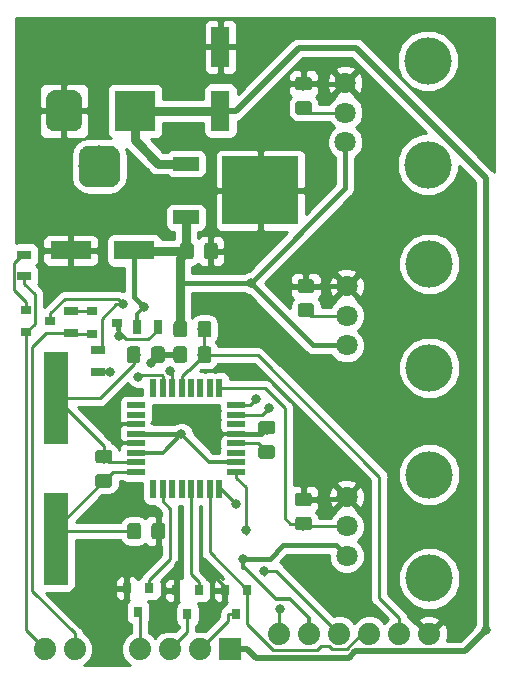
<source format=gbr>
G04 #@! TF.GenerationSoftware,KiCad,Pcbnew,5.0.2-bee76a0~70~ubuntu18.04.1*
G04 #@! TF.CreationDate,2019-12-16T19:01:30-05:00*
G04 #@! TF.ProjectId,LEDStuff,4c454453-7475-4666-962e-6b696361645f,rev?*
G04 #@! TF.SameCoordinates,Original*
G04 #@! TF.FileFunction,Copper,L1,Top*
G04 #@! TF.FilePolarity,Positive*
%FSLAX46Y46*%
G04 Gerber Fmt 4.6, Leading zero omitted, Abs format (unit mm)*
G04 Created by KiCad (PCBNEW 5.0.2-bee76a0~70~ubuntu18.04.1) date Mon 16 Dec 2019 07:01:30 PM EST*
%MOMM*%
%LPD*%
G01*
G04 APERTURE LIST*
G04 #@! TA.AperFunction,ComponentPad*
%ADD10C,1.879600*%
G04 #@! TD*
G04 #@! TA.AperFunction,Conductor*
%ADD11C,0.100000*%
G04 #@! TD*
G04 #@! TA.AperFunction,SMDPad,CuDef*
%ADD12C,1.150000*%
G04 #@! TD*
G04 #@! TA.AperFunction,SMDPad,CuDef*
%ADD13R,1.600000X3.500000*%
G04 #@! TD*
G04 #@! TA.AperFunction,SMDPad,CuDef*
%ADD14R,3.500000X1.600000*%
G04 #@! TD*
G04 #@! TA.AperFunction,ComponentPad*
%ADD15R,3.500000X3.500000*%
G04 #@! TD*
G04 #@! TA.AperFunction,ComponentPad*
%ADD16C,3.000000*%
G04 #@! TD*
G04 #@! TA.AperFunction,ComponentPad*
%ADD17C,3.500000*%
G04 #@! TD*
G04 #@! TA.AperFunction,SMDPad,CuDef*
%ADD18R,0.800000X0.900000*%
G04 #@! TD*
G04 #@! TA.AperFunction,ComponentPad*
%ADD19C,1.800000*%
G04 #@! TD*
G04 #@! TA.AperFunction,WasherPad*
%ADD20C,4.000000*%
G04 #@! TD*
G04 #@! TA.AperFunction,SMDPad,CuDef*
%ADD21R,1.600000X0.550000*%
G04 #@! TD*
G04 #@! TA.AperFunction,SMDPad,CuDef*
%ADD22R,0.550000X1.600000*%
G04 #@! TD*
G04 #@! TA.AperFunction,SMDPad,CuDef*
%ADD23R,2.000000X7.875000*%
G04 #@! TD*
G04 #@! TA.AperFunction,SMDPad,CuDef*
%ADD24R,2.200000X1.200000*%
G04 #@! TD*
G04 #@! TA.AperFunction,SMDPad,CuDef*
%ADD25R,6.400000X5.800000*%
G04 #@! TD*
G04 #@! TA.AperFunction,ComponentPad*
%ADD26R,1.879600X1.879600*%
G04 #@! TD*
G04 #@! TA.AperFunction,SMDPad,CuDef*
%ADD27R,0.899160X0.797560*%
G04 #@! TD*
G04 #@! TA.AperFunction,SMDPad,CuDef*
%ADD28R,0.797560X1.198880*%
G04 #@! TD*
G04 #@! TA.AperFunction,SMDPad,CuDef*
%ADD29R,1.198880X0.797560*%
G04 #@! TD*
G04 #@! TA.AperFunction,ViaPad*
%ADD30C,0.800000*%
G04 #@! TD*
G04 #@! TA.AperFunction,Conductor*
%ADD31C,0.400000*%
G04 #@! TD*
G04 #@! TA.AperFunction,Conductor*
%ADD32C,0.300000*%
G04 #@! TD*
G04 #@! TA.AperFunction,Conductor*
%ADD33C,0.250000*%
G04 #@! TD*
G04 #@! TA.AperFunction,Conductor*
%ADD34C,0.750000*%
G04 #@! TD*
G04 #@! TA.AperFunction,Conductor*
%ADD35C,0.500000*%
G04 #@! TD*
G04 #@! TA.AperFunction,Conductor*
%ADD36C,0.254000*%
G04 #@! TD*
G04 APERTURE END LIST*
D10*
G04 #@! TO.P,J2,1*
G04 #@! TO.N,/MISO*
X153880000Y-120000000D03*
G04 #@! TO.P,J2,2*
G04 #@! TO.N,+5V*
X156420000Y-120000000D03*
G04 #@! TO.P,J2,3*
G04 #@! TO.N,/SCK*
X158960000Y-120000000D03*
G04 #@! TO.P,J2,4*
G04 #@! TO.N,/GREEN_PWM_OUT*
X161500000Y-120000000D03*
G04 #@! TO.P,J2,5*
G04 #@! TO.N,/RESET*
X164040000Y-120000000D03*
G04 #@! TO.P,J2,6*
G04 #@! TO.N,GND*
X166580000Y-120000000D03*
G04 #@! TD*
D11*
G04 #@! TO.N,GND*
G04 #@! TO.C,C1*
G36*
X153280905Y-101973404D02*
X153305173Y-101977004D01*
X153328972Y-101982965D01*
X153352071Y-101991230D01*
X153374250Y-102001720D01*
X153395293Y-102014332D01*
X153414999Y-102028947D01*
X153433177Y-102045423D01*
X153449653Y-102063601D01*
X153464268Y-102083307D01*
X153476880Y-102104350D01*
X153487370Y-102126529D01*
X153495635Y-102149628D01*
X153501596Y-102173427D01*
X153505196Y-102197695D01*
X153506400Y-102222199D01*
X153506400Y-102872201D01*
X153505196Y-102896705D01*
X153501596Y-102920973D01*
X153495635Y-102944772D01*
X153487370Y-102967871D01*
X153476880Y-102990050D01*
X153464268Y-103011093D01*
X153449653Y-103030799D01*
X153433177Y-103048977D01*
X153414999Y-103065453D01*
X153395293Y-103080068D01*
X153374250Y-103092680D01*
X153352071Y-103103170D01*
X153328972Y-103111435D01*
X153305173Y-103117396D01*
X153280905Y-103120996D01*
X153256401Y-103122200D01*
X152356399Y-103122200D01*
X152331895Y-103120996D01*
X152307627Y-103117396D01*
X152283828Y-103111435D01*
X152260729Y-103103170D01*
X152238550Y-103092680D01*
X152217507Y-103080068D01*
X152197801Y-103065453D01*
X152179623Y-103048977D01*
X152163147Y-103030799D01*
X152148532Y-103011093D01*
X152135920Y-102990050D01*
X152125430Y-102967871D01*
X152117165Y-102944772D01*
X152111204Y-102920973D01*
X152107604Y-102896705D01*
X152106400Y-102872201D01*
X152106400Y-102222199D01*
X152107604Y-102197695D01*
X152111204Y-102173427D01*
X152117165Y-102149628D01*
X152125430Y-102126529D01*
X152135920Y-102104350D01*
X152148532Y-102083307D01*
X152163147Y-102063601D01*
X152179623Y-102045423D01*
X152197801Y-102028947D01*
X152217507Y-102014332D01*
X152238550Y-102001720D01*
X152260729Y-101991230D01*
X152283828Y-101982965D01*
X152307627Y-101977004D01*
X152331895Y-101973404D01*
X152356399Y-101972200D01*
X153256401Y-101972200D01*
X153280905Y-101973404D01*
X153280905Y-101973404D01*
G37*
D12*
G04 #@! TD*
G04 #@! TO.P,C1,2*
G04 #@! TO.N,GND*
X152806400Y-102547200D03*
D11*
G04 #@! TO.N,Net-(C1-Pad1)*
G04 #@! TO.C,C1*
G36*
X153280905Y-104023404D02*
X153305173Y-104027004D01*
X153328972Y-104032965D01*
X153352071Y-104041230D01*
X153374250Y-104051720D01*
X153395293Y-104064332D01*
X153414999Y-104078947D01*
X153433177Y-104095423D01*
X153449653Y-104113601D01*
X153464268Y-104133307D01*
X153476880Y-104154350D01*
X153487370Y-104176529D01*
X153495635Y-104199628D01*
X153501596Y-104223427D01*
X153505196Y-104247695D01*
X153506400Y-104272199D01*
X153506400Y-104922201D01*
X153505196Y-104946705D01*
X153501596Y-104970973D01*
X153495635Y-104994772D01*
X153487370Y-105017871D01*
X153476880Y-105040050D01*
X153464268Y-105061093D01*
X153449653Y-105080799D01*
X153433177Y-105098977D01*
X153414999Y-105115453D01*
X153395293Y-105130068D01*
X153374250Y-105142680D01*
X153352071Y-105153170D01*
X153328972Y-105161435D01*
X153305173Y-105167396D01*
X153280905Y-105170996D01*
X153256401Y-105172200D01*
X152356399Y-105172200D01*
X152331895Y-105170996D01*
X152307627Y-105167396D01*
X152283828Y-105161435D01*
X152260729Y-105153170D01*
X152238550Y-105142680D01*
X152217507Y-105130068D01*
X152197801Y-105115453D01*
X152179623Y-105098977D01*
X152163147Y-105080799D01*
X152148532Y-105061093D01*
X152135920Y-105040050D01*
X152125430Y-105017871D01*
X152117165Y-104994772D01*
X152111204Y-104970973D01*
X152107604Y-104946705D01*
X152106400Y-104922201D01*
X152106400Y-104272199D01*
X152107604Y-104247695D01*
X152111204Y-104223427D01*
X152117165Y-104199628D01*
X152125430Y-104176529D01*
X152135920Y-104154350D01*
X152148532Y-104133307D01*
X152163147Y-104113601D01*
X152179623Y-104095423D01*
X152197801Y-104078947D01*
X152217507Y-104064332D01*
X152238550Y-104051720D01*
X152260729Y-104041230D01*
X152283828Y-104032965D01*
X152307627Y-104027004D01*
X152331895Y-104023404D01*
X152356399Y-104022200D01*
X153256401Y-104022200D01*
X153280905Y-104023404D01*
X153280905Y-104023404D01*
G37*
D12*
G04 #@! TD*
G04 #@! TO.P,C1,1*
G04 #@! TO.N,Net-(C1-Pad1)*
X152806400Y-104597200D03*
D13*
G04 #@! TO.P,C2,1*
G04 #@! TO.N,+12V*
X148890996Y-75712071D03*
G04 #@! TO.P,C2,2*
G04 #@! TO.N,GND*
X148890996Y-70312071D03*
G04 #@! TD*
D14*
G04 #@! TO.P,C3,2*
G04 #@! TO.N,GND*
X136199900Y-87541100D03*
G04 #@! TO.P,C3,1*
G04 #@! TO.N,+5V*
X141599900Y-87541100D03*
G04 #@! TD*
D11*
G04 #@! TO.N,+5V*
G04 #@! TO.C,C4*
G36*
X146386805Y-86893104D02*
X146411073Y-86896704D01*
X146434872Y-86902665D01*
X146457971Y-86910930D01*
X146480150Y-86921420D01*
X146501193Y-86934032D01*
X146520899Y-86948647D01*
X146539077Y-86965123D01*
X146555553Y-86983301D01*
X146570168Y-87003007D01*
X146582780Y-87024050D01*
X146593270Y-87046229D01*
X146601535Y-87069328D01*
X146607496Y-87093127D01*
X146611096Y-87117395D01*
X146612300Y-87141899D01*
X146612300Y-88041901D01*
X146611096Y-88066405D01*
X146607496Y-88090673D01*
X146601535Y-88114472D01*
X146593270Y-88137571D01*
X146582780Y-88159750D01*
X146570168Y-88180793D01*
X146555553Y-88200499D01*
X146539077Y-88218677D01*
X146520899Y-88235153D01*
X146501193Y-88249768D01*
X146480150Y-88262380D01*
X146457971Y-88272870D01*
X146434872Y-88281135D01*
X146411073Y-88287096D01*
X146386805Y-88290696D01*
X146362301Y-88291900D01*
X145712299Y-88291900D01*
X145687795Y-88290696D01*
X145663527Y-88287096D01*
X145639728Y-88281135D01*
X145616629Y-88272870D01*
X145594450Y-88262380D01*
X145573407Y-88249768D01*
X145553701Y-88235153D01*
X145535523Y-88218677D01*
X145519047Y-88200499D01*
X145504432Y-88180793D01*
X145491820Y-88159750D01*
X145481330Y-88137571D01*
X145473065Y-88114472D01*
X145467104Y-88090673D01*
X145463504Y-88066405D01*
X145462300Y-88041901D01*
X145462300Y-87141899D01*
X145463504Y-87117395D01*
X145467104Y-87093127D01*
X145473065Y-87069328D01*
X145481330Y-87046229D01*
X145491820Y-87024050D01*
X145504432Y-87003007D01*
X145519047Y-86983301D01*
X145535523Y-86965123D01*
X145553701Y-86948647D01*
X145573407Y-86934032D01*
X145594450Y-86921420D01*
X145616629Y-86910930D01*
X145639728Y-86902665D01*
X145663527Y-86896704D01*
X145687795Y-86893104D01*
X145712299Y-86891900D01*
X146362301Y-86891900D01*
X146386805Y-86893104D01*
X146386805Y-86893104D01*
G37*
D12*
G04 #@! TD*
G04 #@! TO.P,C4,1*
G04 #@! TO.N,+5V*
X146037300Y-87591900D03*
D11*
G04 #@! TO.N,GND*
G04 #@! TO.C,C4*
G36*
X148436805Y-86893104D02*
X148461073Y-86896704D01*
X148484872Y-86902665D01*
X148507971Y-86910930D01*
X148530150Y-86921420D01*
X148551193Y-86934032D01*
X148570899Y-86948647D01*
X148589077Y-86965123D01*
X148605553Y-86983301D01*
X148620168Y-87003007D01*
X148632780Y-87024050D01*
X148643270Y-87046229D01*
X148651535Y-87069328D01*
X148657496Y-87093127D01*
X148661096Y-87117395D01*
X148662300Y-87141899D01*
X148662300Y-88041901D01*
X148661096Y-88066405D01*
X148657496Y-88090673D01*
X148651535Y-88114472D01*
X148643270Y-88137571D01*
X148632780Y-88159750D01*
X148620168Y-88180793D01*
X148605553Y-88200499D01*
X148589077Y-88218677D01*
X148570899Y-88235153D01*
X148551193Y-88249768D01*
X148530150Y-88262380D01*
X148507971Y-88272870D01*
X148484872Y-88281135D01*
X148461073Y-88287096D01*
X148436805Y-88290696D01*
X148412301Y-88291900D01*
X147762299Y-88291900D01*
X147737795Y-88290696D01*
X147713527Y-88287096D01*
X147689728Y-88281135D01*
X147666629Y-88272870D01*
X147644450Y-88262380D01*
X147623407Y-88249768D01*
X147603701Y-88235153D01*
X147585523Y-88218677D01*
X147569047Y-88200499D01*
X147554432Y-88180793D01*
X147541820Y-88159750D01*
X147531330Y-88137571D01*
X147523065Y-88114472D01*
X147517104Y-88090673D01*
X147513504Y-88066405D01*
X147512300Y-88041901D01*
X147512300Y-87141899D01*
X147513504Y-87117395D01*
X147517104Y-87093127D01*
X147523065Y-87069328D01*
X147531330Y-87046229D01*
X147541820Y-87024050D01*
X147554432Y-87003007D01*
X147569047Y-86983301D01*
X147585523Y-86965123D01*
X147603701Y-86948647D01*
X147623407Y-86934032D01*
X147644450Y-86921420D01*
X147666629Y-86910930D01*
X147689728Y-86902665D01*
X147713527Y-86896704D01*
X147737795Y-86893104D01*
X147762299Y-86891900D01*
X148412301Y-86891900D01*
X148436805Y-86893104D01*
X148436805Y-86893104D01*
G37*
D12*
G04 #@! TD*
G04 #@! TO.P,C4,2*
G04 #@! TO.N,GND*
X148087300Y-87591900D03*
D11*
G04 #@! TO.N,GND*
G04 #@! TO.C,C5*
G36*
X145835405Y-95656104D02*
X145859673Y-95659704D01*
X145883472Y-95665665D01*
X145906571Y-95673930D01*
X145928750Y-95684420D01*
X145949793Y-95697032D01*
X145969499Y-95711647D01*
X145987677Y-95728123D01*
X146004153Y-95746301D01*
X146018768Y-95766007D01*
X146031380Y-95787050D01*
X146041870Y-95809229D01*
X146050135Y-95832328D01*
X146056096Y-95856127D01*
X146059696Y-95880395D01*
X146060900Y-95904899D01*
X146060900Y-96804901D01*
X146059696Y-96829405D01*
X146056096Y-96853673D01*
X146050135Y-96877472D01*
X146041870Y-96900571D01*
X146031380Y-96922750D01*
X146018768Y-96943793D01*
X146004153Y-96963499D01*
X145987677Y-96981677D01*
X145969499Y-96998153D01*
X145949793Y-97012768D01*
X145928750Y-97025380D01*
X145906571Y-97035870D01*
X145883472Y-97044135D01*
X145859673Y-97050096D01*
X145835405Y-97053696D01*
X145810901Y-97054900D01*
X145160899Y-97054900D01*
X145136395Y-97053696D01*
X145112127Y-97050096D01*
X145088328Y-97044135D01*
X145065229Y-97035870D01*
X145043050Y-97025380D01*
X145022007Y-97012768D01*
X145002301Y-96998153D01*
X144984123Y-96981677D01*
X144967647Y-96963499D01*
X144953032Y-96943793D01*
X144940420Y-96922750D01*
X144929930Y-96900571D01*
X144921665Y-96877472D01*
X144915704Y-96853673D01*
X144912104Y-96829405D01*
X144910900Y-96804901D01*
X144910900Y-95904899D01*
X144912104Y-95880395D01*
X144915704Y-95856127D01*
X144921665Y-95832328D01*
X144929930Y-95809229D01*
X144940420Y-95787050D01*
X144953032Y-95766007D01*
X144967647Y-95746301D01*
X144984123Y-95728123D01*
X145002301Y-95711647D01*
X145022007Y-95697032D01*
X145043050Y-95684420D01*
X145065229Y-95673930D01*
X145088328Y-95665665D01*
X145112127Y-95659704D01*
X145136395Y-95656104D01*
X145160899Y-95654900D01*
X145810901Y-95654900D01*
X145835405Y-95656104D01*
X145835405Y-95656104D01*
G37*
D12*
G04 #@! TD*
G04 #@! TO.P,C5,2*
G04 #@! TO.N,GND*
X145485900Y-96354900D03*
D11*
G04 #@! TO.N,/RESET*
G04 #@! TO.C,C5*
G36*
X147885405Y-95656104D02*
X147909673Y-95659704D01*
X147933472Y-95665665D01*
X147956571Y-95673930D01*
X147978750Y-95684420D01*
X147999793Y-95697032D01*
X148019499Y-95711647D01*
X148037677Y-95728123D01*
X148054153Y-95746301D01*
X148068768Y-95766007D01*
X148081380Y-95787050D01*
X148091870Y-95809229D01*
X148100135Y-95832328D01*
X148106096Y-95856127D01*
X148109696Y-95880395D01*
X148110900Y-95904899D01*
X148110900Y-96804901D01*
X148109696Y-96829405D01*
X148106096Y-96853673D01*
X148100135Y-96877472D01*
X148091870Y-96900571D01*
X148081380Y-96922750D01*
X148068768Y-96943793D01*
X148054153Y-96963499D01*
X148037677Y-96981677D01*
X148019499Y-96998153D01*
X147999793Y-97012768D01*
X147978750Y-97025380D01*
X147956571Y-97035870D01*
X147933472Y-97044135D01*
X147909673Y-97050096D01*
X147885405Y-97053696D01*
X147860901Y-97054900D01*
X147210899Y-97054900D01*
X147186395Y-97053696D01*
X147162127Y-97050096D01*
X147138328Y-97044135D01*
X147115229Y-97035870D01*
X147093050Y-97025380D01*
X147072007Y-97012768D01*
X147052301Y-96998153D01*
X147034123Y-96981677D01*
X147017647Y-96963499D01*
X147003032Y-96943793D01*
X146990420Y-96922750D01*
X146979930Y-96900571D01*
X146971665Y-96877472D01*
X146965704Y-96853673D01*
X146962104Y-96829405D01*
X146960900Y-96804901D01*
X146960900Y-95904899D01*
X146962104Y-95880395D01*
X146965704Y-95856127D01*
X146971665Y-95832328D01*
X146979930Y-95809229D01*
X146990420Y-95787050D01*
X147003032Y-95766007D01*
X147017647Y-95746301D01*
X147034123Y-95728123D01*
X147052301Y-95711647D01*
X147072007Y-95697032D01*
X147093050Y-95684420D01*
X147115229Y-95673930D01*
X147138328Y-95665665D01*
X147162127Y-95659704D01*
X147186395Y-95656104D01*
X147210899Y-95654900D01*
X147860901Y-95654900D01*
X147885405Y-95656104D01*
X147885405Y-95656104D01*
G37*
D12*
G04 #@! TD*
G04 #@! TO.P,C5,1*
G04 #@! TO.N,/RESET*
X147535900Y-96354900D03*
D11*
G04 #@! TO.N,/XTAL2*
G04 #@! TO.C,C6*
G36*
X141923805Y-110604004D02*
X141948073Y-110607604D01*
X141971872Y-110613565D01*
X141994971Y-110621830D01*
X142017150Y-110632320D01*
X142038193Y-110644932D01*
X142057899Y-110659547D01*
X142076077Y-110676023D01*
X142092553Y-110694201D01*
X142107168Y-110713907D01*
X142119780Y-110734950D01*
X142130270Y-110757129D01*
X142138535Y-110780228D01*
X142144496Y-110804027D01*
X142148096Y-110828295D01*
X142149300Y-110852799D01*
X142149300Y-111752801D01*
X142148096Y-111777305D01*
X142144496Y-111801573D01*
X142138535Y-111825372D01*
X142130270Y-111848471D01*
X142119780Y-111870650D01*
X142107168Y-111891693D01*
X142092553Y-111911399D01*
X142076077Y-111929577D01*
X142057899Y-111946053D01*
X142038193Y-111960668D01*
X142017150Y-111973280D01*
X141994971Y-111983770D01*
X141971872Y-111992035D01*
X141948073Y-111997996D01*
X141923805Y-112001596D01*
X141899301Y-112002800D01*
X141249299Y-112002800D01*
X141224795Y-112001596D01*
X141200527Y-111997996D01*
X141176728Y-111992035D01*
X141153629Y-111983770D01*
X141131450Y-111973280D01*
X141110407Y-111960668D01*
X141090701Y-111946053D01*
X141072523Y-111929577D01*
X141056047Y-111911399D01*
X141041432Y-111891693D01*
X141028820Y-111870650D01*
X141018330Y-111848471D01*
X141010065Y-111825372D01*
X141004104Y-111801573D01*
X141000504Y-111777305D01*
X140999300Y-111752801D01*
X140999300Y-110852799D01*
X141000504Y-110828295D01*
X141004104Y-110804027D01*
X141010065Y-110780228D01*
X141018330Y-110757129D01*
X141028820Y-110734950D01*
X141041432Y-110713907D01*
X141056047Y-110694201D01*
X141072523Y-110676023D01*
X141090701Y-110659547D01*
X141110407Y-110644932D01*
X141131450Y-110632320D01*
X141153629Y-110621830D01*
X141176728Y-110613565D01*
X141200527Y-110607604D01*
X141224795Y-110604004D01*
X141249299Y-110602800D01*
X141899301Y-110602800D01*
X141923805Y-110604004D01*
X141923805Y-110604004D01*
G37*
D12*
G04 #@! TD*
G04 #@! TO.P,C6,1*
G04 #@! TO.N,/XTAL2*
X141574300Y-111302800D03*
D11*
G04 #@! TO.N,GND*
G04 #@! TO.C,C6*
G36*
X143973805Y-110604004D02*
X143998073Y-110607604D01*
X144021872Y-110613565D01*
X144044971Y-110621830D01*
X144067150Y-110632320D01*
X144088193Y-110644932D01*
X144107899Y-110659547D01*
X144126077Y-110676023D01*
X144142553Y-110694201D01*
X144157168Y-110713907D01*
X144169780Y-110734950D01*
X144180270Y-110757129D01*
X144188535Y-110780228D01*
X144194496Y-110804027D01*
X144198096Y-110828295D01*
X144199300Y-110852799D01*
X144199300Y-111752801D01*
X144198096Y-111777305D01*
X144194496Y-111801573D01*
X144188535Y-111825372D01*
X144180270Y-111848471D01*
X144169780Y-111870650D01*
X144157168Y-111891693D01*
X144142553Y-111911399D01*
X144126077Y-111929577D01*
X144107899Y-111946053D01*
X144088193Y-111960668D01*
X144067150Y-111973280D01*
X144044971Y-111983770D01*
X144021872Y-111992035D01*
X143998073Y-111997996D01*
X143973805Y-112001596D01*
X143949301Y-112002800D01*
X143299299Y-112002800D01*
X143274795Y-112001596D01*
X143250527Y-111997996D01*
X143226728Y-111992035D01*
X143203629Y-111983770D01*
X143181450Y-111973280D01*
X143160407Y-111960668D01*
X143140701Y-111946053D01*
X143122523Y-111929577D01*
X143106047Y-111911399D01*
X143091432Y-111891693D01*
X143078820Y-111870650D01*
X143068330Y-111848471D01*
X143060065Y-111825372D01*
X143054104Y-111801573D01*
X143050504Y-111777305D01*
X143049300Y-111752801D01*
X143049300Y-110852799D01*
X143050504Y-110828295D01*
X143054104Y-110804027D01*
X143060065Y-110780228D01*
X143068330Y-110757129D01*
X143078820Y-110734950D01*
X143091432Y-110713907D01*
X143106047Y-110694201D01*
X143122523Y-110676023D01*
X143140701Y-110659547D01*
X143160407Y-110644932D01*
X143181450Y-110632320D01*
X143203629Y-110621830D01*
X143226728Y-110613565D01*
X143250527Y-110607604D01*
X143274795Y-110604004D01*
X143299299Y-110602800D01*
X143949301Y-110602800D01*
X143973805Y-110604004D01*
X143973805Y-110604004D01*
G37*
D12*
G04 #@! TD*
G04 #@! TO.P,C6,2*
G04 #@! TO.N,GND*
X143624300Y-111302800D03*
D11*
G04 #@! TO.N,GND*
G04 #@! TO.C,C7*
G36*
X143944705Y-95668804D02*
X143968973Y-95672404D01*
X143992772Y-95678365D01*
X144015871Y-95686630D01*
X144038050Y-95697120D01*
X144059093Y-95709732D01*
X144078799Y-95724347D01*
X144096977Y-95740823D01*
X144113453Y-95759001D01*
X144128068Y-95778707D01*
X144140680Y-95799750D01*
X144151170Y-95821929D01*
X144159435Y-95845028D01*
X144165396Y-95868827D01*
X144168996Y-95893095D01*
X144170200Y-95917599D01*
X144170200Y-96817601D01*
X144168996Y-96842105D01*
X144165396Y-96866373D01*
X144159435Y-96890172D01*
X144151170Y-96913271D01*
X144140680Y-96935450D01*
X144128068Y-96956493D01*
X144113453Y-96976199D01*
X144096977Y-96994377D01*
X144078799Y-97010853D01*
X144059093Y-97025468D01*
X144038050Y-97038080D01*
X144015871Y-97048570D01*
X143992772Y-97056835D01*
X143968973Y-97062796D01*
X143944705Y-97066396D01*
X143920201Y-97067600D01*
X143270199Y-97067600D01*
X143245695Y-97066396D01*
X143221427Y-97062796D01*
X143197628Y-97056835D01*
X143174529Y-97048570D01*
X143152350Y-97038080D01*
X143131307Y-97025468D01*
X143111601Y-97010853D01*
X143093423Y-96994377D01*
X143076947Y-96976199D01*
X143062332Y-96956493D01*
X143049720Y-96935450D01*
X143039230Y-96913271D01*
X143030965Y-96890172D01*
X143025004Y-96866373D01*
X143021404Y-96842105D01*
X143020200Y-96817601D01*
X143020200Y-95917599D01*
X143021404Y-95893095D01*
X143025004Y-95868827D01*
X143030965Y-95845028D01*
X143039230Y-95821929D01*
X143049720Y-95799750D01*
X143062332Y-95778707D01*
X143076947Y-95759001D01*
X143093423Y-95740823D01*
X143111601Y-95724347D01*
X143131307Y-95709732D01*
X143152350Y-95697120D01*
X143174529Y-95686630D01*
X143197628Y-95678365D01*
X143221427Y-95672404D01*
X143245695Y-95668804D01*
X143270199Y-95667600D01*
X143920201Y-95667600D01*
X143944705Y-95668804D01*
X143944705Y-95668804D01*
G37*
D12*
G04 #@! TD*
G04 #@! TO.P,C7,2*
G04 #@! TO.N,GND*
X143595200Y-96367600D03*
D11*
G04 #@! TO.N,/XTAL1*
G04 #@! TO.C,C7*
G36*
X141894705Y-95668804D02*
X141918973Y-95672404D01*
X141942772Y-95678365D01*
X141965871Y-95686630D01*
X141988050Y-95697120D01*
X142009093Y-95709732D01*
X142028799Y-95724347D01*
X142046977Y-95740823D01*
X142063453Y-95759001D01*
X142078068Y-95778707D01*
X142090680Y-95799750D01*
X142101170Y-95821929D01*
X142109435Y-95845028D01*
X142115396Y-95868827D01*
X142118996Y-95893095D01*
X142120200Y-95917599D01*
X142120200Y-96817601D01*
X142118996Y-96842105D01*
X142115396Y-96866373D01*
X142109435Y-96890172D01*
X142101170Y-96913271D01*
X142090680Y-96935450D01*
X142078068Y-96956493D01*
X142063453Y-96976199D01*
X142046977Y-96994377D01*
X142028799Y-97010853D01*
X142009093Y-97025468D01*
X141988050Y-97038080D01*
X141965871Y-97048570D01*
X141942772Y-97056835D01*
X141918973Y-97062796D01*
X141894705Y-97066396D01*
X141870201Y-97067600D01*
X141220199Y-97067600D01*
X141195695Y-97066396D01*
X141171427Y-97062796D01*
X141147628Y-97056835D01*
X141124529Y-97048570D01*
X141102350Y-97038080D01*
X141081307Y-97025468D01*
X141061601Y-97010853D01*
X141043423Y-96994377D01*
X141026947Y-96976199D01*
X141012332Y-96956493D01*
X140999720Y-96935450D01*
X140989230Y-96913271D01*
X140980965Y-96890172D01*
X140975004Y-96866373D01*
X140971404Y-96842105D01*
X140970200Y-96817601D01*
X140970200Y-95917599D01*
X140971404Y-95893095D01*
X140975004Y-95868827D01*
X140980965Y-95845028D01*
X140989230Y-95821929D01*
X140999720Y-95799750D01*
X141012332Y-95778707D01*
X141026947Y-95759001D01*
X141043423Y-95740823D01*
X141061601Y-95724347D01*
X141081307Y-95709732D01*
X141102350Y-95697120D01*
X141124529Y-95686630D01*
X141147628Y-95678365D01*
X141171427Y-95672404D01*
X141195695Y-95668804D01*
X141220199Y-95667600D01*
X141870201Y-95667600D01*
X141894705Y-95668804D01*
X141894705Y-95668804D01*
G37*
D12*
G04 #@! TD*
G04 #@! TO.P,C7,1*
G04 #@! TO.N,/XTAL1*
X141545200Y-96367600D03*
D11*
G04 #@! TO.N,GND*
G04 #@! TO.C,C8*
G36*
X156392405Y-72844904D02*
X156416673Y-72848504D01*
X156440472Y-72854465D01*
X156463571Y-72862730D01*
X156485750Y-72873220D01*
X156506793Y-72885832D01*
X156526499Y-72900447D01*
X156544677Y-72916923D01*
X156561153Y-72935101D01*
X156575768Y-72954807D01*
X156588380Y-72975850D01*
X156598870Y-72998029D01*
X156607135Y-73021128D01*
X156613096Y-73044927D01*
X156616696Y-73069195D01*
X156617900Y-73093699D01*
X156617900Y-73743701D01*
X156616696Y-73768205D01*
X156613096Y-73792473D01*
X156607135Y-73816272D01*
X156598870Y-73839371D01*
X156588380Y-73861550D01*
X156575768Y-73882593D01*
X156561153Y-73902299D01*
X156544677Y-73920477D01*
X156526499Y-73936953D01*
X156506793Y-73951568D01*
X156485750Y-73964180D01*
X156463571Y-73974670D01*
X156440472Y-73982935D01*
X156416673Y-73988896D01*
X156392405Y-73992496D01*
X156367901Y-73993700D01*
X155467899Y-73993700D01*
X155443395Y-73992496D01*
X155419127Y-73988896D01*
X155395328Y-73982935D01*
X155372229Y-73974670D01*
X155350050Y-73964180D01*
X155329007Y-73951568D01*
X155309301Y-73936953D01*
X155291123Y-73920477D01*
X155274647Y-73902299D01*
X155260032Y-73882593D01*
X155247420Y-73861550D01*
X155236930Y-73839371D01*
X155228665Y-73816272D01*
X155222704Y-73792473D01*
X155219104Y-73768205D01*
X155217900Y-73743701D01*
X155217900Y-73093699D01*
X155219104Y-73069195D01*
X155222704Y-73044927D01*
X155228665Y-73021128D01*
X155236930Y-72998029D01*
X155247420Y-72975850D01*
X155260032Y-72954807D01*
X155274647Y-72935101D01*
X155291123Y-72916923D01*
X155309301Y-72900447D01*
X155329007Y-72885832D01*
X155350050Y-72873220D01*
X155372229Y-72862730D01*
X155395328Y-72854465D01*
X155419127Y-72848504D01*
X155443395Y-72844904D01*
X155467899Y-72843700D01*
X156367901Y-72843700D01*
X156392405Y-72844904D01*
X156392405Y-72844904D01*
G37*
D12*
G04 #@! TD*
G04 #@! TO.P,C8,2*
G04 #@! TO.N,GND*
X155917900Y-73418700D03*
D11*
G04 #@! TO.N,/RED_POT*
G04 #@! TO.C,C8*
G36*
X156392405Y-74894904D02*
X156416673Y-74898504D01*
X156440472Y-74904465D01*
X156463571Y-74912730D01*
X156485750Y-74923220D01*
X156506793Y-74935832D01*
X156526499Y-74950447D01*
X156544677Y-74966923D01*
X156561153Y-74985101D01*
X156575768Y-75004807D01*
X156588380Y-75025850D01*
X156598870Y-75048029D01*
X156607135Y-75071128D01*
X156613096Y-75094927D01*
X156616696Y-75119195D01*
X156617900Y-75143699D01*
X156617900Y-75793701D01*
X156616696Y-75818205D01*
X156613096Y-75842473D01*
X156607135Y-75866272D01*
X156598870Y-75889371D01*
X156588380Y-75911550D01*
X156575768Y-75932593D01*
X156561153Y-75952299D01*
X156544677Y-75970477D01*
X156526499Y-75986953D01*
X156506793Y-76001568D01*
X156485750Y-76014180D01*
X156463571Y-76024670D01*
X156440472Y-76032935D01*
X156416673Y-76038896D01*
X156392405Y-76042496D01*
X156367901Y-76043700D01*
X155467899Y-76043700D01*
X155443395Y-76042496D01*
X155419127Y-76038896D01*
X155395328Y-76032935D01*
X155372229Y-76024670D01*
X155350050Y-76014180D01*
X155329007Y-76001568D01*
X155309301Y-75986953D01*
X155291123Y-75970477D01*
X155274647Y-75952299D01*
X155260032Y-75932593D01*
X155247420Y-75911550D01*
X155236930Y-75889371D01*
X155228665Y-75866272D01*
X155222704Y-75842473D01*
X155219104Y-75818205D01*
X155217900Y-75793701D01*
X155217900Y-75143699D01*
X155219104Y-75119195D01*
X155222704Y-75094927D01*
X155228665Y-75071128D01*
X155236930Y-75048029D01*
X155247420Y-75025850D01*
X155260032Y-75004807D01*
X155274647Y-74985101D01*
X155291123Y-74966923D01*
X155309301Y-74950447D01*
X155329007Y-74935832D01*
X155350050Y-74923220D01*
X155372229Y-74912730D01*
X155395328Y-74904465D01*
X155419127Y-74898504D01*
X155443395Y-74894904D01*
X155467899Y-74893700D01*
X156367901Y-74893700D01*
X156392405Y-74894904D01*
X156392405Y-74894904D01*
G37*
D12*
G04 #@! TD*
G04 #@! TO.P,C8,1*
G04 #@! TO.N,/RED_POT*
X155917900Y-75468700D03*
D11*
G04 #@! TO.N,/GREEN_POT*
G04 #@! TO.C,C9*
G36*
X156595605Y-92027204D02*
X156619873Y-92030804D01*
X156643672Y-92036765D01*
X156666771Y-92045030D01*
X156688950Y-92055520D01*
X156709993Y-92068132D01*
X156729699Y-92082747D01*
X156747877Y-92099223D01*
X156764353Y-92117401D01*
X156778968Y-92137107D01*
X156791580Y-92158150D01*
X156802070Y-92180329D01*
X156810335Y-92203428D01*
X156816296Y-92227227D01*
X156819896Y-92251495D01*
X156821100Y-92275999D01*
X156821100Y-92926001D01*
X156819896Y-92950505D01*
X156816296Y-92974773D01*
X156810335Y-92998572D01*
X156802070Y-93021671D01*
X156791580Y-93043850D01*
X156778968Y-93064893D01*
X156764353Y-93084599D01*
X156747877Y-93102777D01*
X156729699Y-93119253D01*
X156709993Y-93133868D01*
X156688950Y-93146480D01*
X156666771Y-93156970D01*
X156643672Y-93165235D01*
X156619873Y-93171196D01*
X156595605Y-93174796D01*
X156571101Y-93176000D01*
X155671099Y-93176000D01*
X155646595Y-93174796D01*
X155622327Y-93171196D01*
X155598528Y-93165235D01*
X155575429Y-93156970D01*
X155553250Y-93146480D01*
X155532207Y-93133868D01*
X155512501Y-93119253D01*
X155494323Y-93102777D01*
X155477847Y-93084599D01*
X155463232Y-93064893D01*
X155450620Y-93043850D01*
X155440130Y-93021671D01*
X155431865Y-92998572D01*
X155425904Y-92974773D01*
X155422304Y-92950505D01*
X155421100Y-92926001D01*
X155421100Y-92275999D01*
X155422304Y-92251495D01*
X155425904Y-92227227D01*
X155431865Y-92203428D01*
X155440130Y-92180329D01*
X155450620Y-92158150D01*
X155463232Y-92137107D01*
X155477847Y-92117401D01*
X155494323Y-92099223D01*
X155512501Y-92082747D01*
X155532207Y-92068132D01*
X155553250Y-92055520D01*
X155575429Y-92045030D01*
X155598528Y-92036765D01*
X155622327Y-92030804D01*
X155646595Y-92027204D01*
X155671099Y-92026000D01*
X156571101Y-92026000D01*
X156595605Y-92027204D01*
X156595605Y-92027204D01*
G37*
D12*
G04 #@! TD*
G04 #@! TO.P,C9,1*
G04 #@! TO.N,/GREEN_POT*
X156121100Y-92601000D03*
D11*
G04 #@! TO.N,GND*
G04 #@! TO.C,C9*
G36*
X156595605Y-89977204D02*
X156619873Y-89980804D01*
X156643672Y-89986765D01*
X156666771Y-89995030D01*
X156688950Y-90005520D01*
X156709993Y-90018132D01*
X156729699Y-90032747D01*
X156747877Y-90049223D01*
X156764353Y-90067401D01*
X156778968Y-90087107D01*
X156791580Y-90108150D01*
X156802070Y-90130329D01*
X156810335Y-90153428D01*
X156816296Y-90177227D01*
X156819896Y-90201495D01*
X156821100Y-90225999D01*
X156821100Y-90876001D01*
X156819896Y-90900505D01*
X156816296Y-90924773D01*
X156810335Y-90948572D01*
X156802070Y-90971671D01*
X156791580Y-90993850D01*
X156778968Y-91014893D01*
X156764353Y-91034599D01*
X156747877Y-91052777D01*
X156729699Y-91069253D01*
X156709993Y-91083868D01*
X156688950Y-91096480D01*
X156666771Y-91106970D01*
X156643672Y-91115235D01*
X156619873Y-91121196D01*
X156595605Y-91124796D01*
X156571101Y-91126000D01*
X155671099Y-91126000D01*
X155646595Y-91124796D01*
X155622327Y-91121196D01*
X155598528Y-91115235D01*
X155575429Y-91106970D01*
X155553250Y-91096480D01*
X155532207Y-91083868D01*
X155512501Y-91069253D01*
X155494323Y-91052777D01*
X155477847Y-91034599D01*
X155463232Y-91014893D01*
X155450620Y-90993850D01*
X155440130Y-90971671D01*
X155431865Y-90948572D01*
X155425904Y-90924773D01*
X155422304Y-90900505D01*
X155421100Y-90876001D01*
X155421100Y-90225999D01*
X155422304Y-90201495D01*
X155425904Y-90177227D01*
X155431865Y-90153428D01*
X155440130Y-90130329D01*
X155450620Y-90108150D01*
X155463232Y-90087107D01*
X155477847Y-90067401D01*
X155494323Y-90049223D01*
X155512501Y-90032747D01*
X155532207Y-90018132D01*
X155553250Y-90005520D01*
X155575429Y-89995030D01*
X155598528Y-89986765D01*
X155622327Y-89980804D01*
X155646595Y-89977204D01*
X155671099Y-89976000D01*
X156571101Y-89976000D01*
X156595605Y-89977204D01*
X156595605Y-89977204D01*
G37*
D12*
G04 #@! TD*
G04 #@! TO.P,C9,2*
G04 #@! TO.N,GND*
X156121100Y-90551000D03*
D11*
G04 #@! TO.N,/BLUE_POT*
G04 #@! TO.C,C10*
G36*
X156392405Y-110094004D02*
X156416673Y-110097604D01*
X156440472Y-110103565D01*
X156463571Y-110111830D01*
X156485750Y-110122320D01*
X156506793Y-110134932D01*
X156526499Y-110149547D01*
X156544677Y-110166023D01*
X156561153Y-110184201D01*
X156575768Y-110203907D01*
X156588380Y-110224950D01*
X156598870Y-110247129D01*
X156607135Y-110270228D01*
X156613096Y-110294027D01*
X156616696Y-110318295D01*
X156617900Y-110342799D01*
X156617900Y-110992801D01*
X156616696Y-111017305D01*
X156613096Y-111041573D01*
X156607135Y-111065372D01*
X156598870Y-111088471D01*
X156588380Y-111110650D01*
X156575768Y-111131693D01*
X156561153Y-111151399D01*
X156544677Y-111169577D01*
X156526499Y-111186053D01*
X156506793Y-111200668D01*
X156485750Y-111213280D01*
X156463571Y-111223770D01*
X156440472Y-111232035D01*
X156416673Y-111237996D01*
X156392405Y-111241596D01*
X156367901Y-111242800D01*
X155467899Y-111242800D01*
X155443395Y-111241596D01*
X155419127Y-111237996D01*
X155395328Y-111232035D01*
X155372229Y-111223770D01*
X155350050Y-111213280D01*
X155329007Y-111200668D01*
X155309301Y-111186053D01*
X155291123Y-111169577D01*
X155274647Y-111151399D01*
X155260032Y-111131693D01*
X155247420Y-111110650D01*
X155236930Y-111088471D01*
X155228665Y-111065372D01*
X155222704Y-111041573D01*
X155219104Y-111017305D01*
X155217900Y-110992801D01*
X155217900Y-110342799D01*
X155219104Y-110318295D01*
X155222704Y-110294027D01*
X155228665Y-110270228D01*
X155236930Y-110247129D01*
X155247420Y-110224950D01*
X155260032Y-110203907D01*
X155274647Y-110184201D01*
X155291123Y-110166023D01*
X155309301Y-110149547D01*
X155329007Y-110134932D01*
X155350050Y-110122320D01*
X155372229Y-110111830D01*
X155395328Y-110103565D01*
X155419127Y-110097604D01*
X155443395Y-110094004D01*
X155467899Y-110092800D01*
X156367901Y-110092800D01*
X156392405Y-110094004D01*
X156392405Y-110094004D01*
G37*
D12*
G04 #@! TD*
G04 #@! TO.P,C10,1*
G04 #@! TO.N,/BLUE_POT*
X155917900Y-110667800D03*
D11*
G04 #@! TO.N,GND*
G04 #@! TO.C,C10*
G36*
X156392405Y-108044004D02*
X156416673Y-108047604D01*
X156440472Y-108053565D01*
X156463571Y-108061830D01*
X156485750Y-108072320D01*
X156506793Y-108084932D01*
X156526499Y-108099547D01*
X156544677Y-108116023D01*
X156561153Y-108134201D01*
X156575768Y-108153907D01*
X156588380Y-108174950D01*
X156598870Y-108197129D01*
X156607135Y-108220228D01*
X156613096Y-108244027D01*
X156616696Y-108268295D01*
X156617900Y-108292799D01*
X156617900Y-108942801D01*
X156616696Y-108967305D01*
X156613096Y-108991573D01*
X156607135Y-109015372D01*
X156598870Y-109038471D01*
X156588380Y-109060650D01*
X156575768Y-109081693D01*
X156561153Y-109101399D01*
X156544677Y-109119577D01*
X156526499Y-109136053D01*
X156506793Y-109150668D01*
X156485750Y-109163280D01*
X156463571Y-109173770D01*
X156440472Y-109182035D01*
X156416673Y-109187996D01*
X156392405Y-109191596D01*
X156367901Y-109192800D01*
X155467899Y-109192800D01*
X155443395Y-109191596D01*
X155419127Y-109187996D01*
X155395328Y-109182035D01*
X155372229Y-109173770D01*
X155350050Y-109163280D01*
X155329007Y-109150668D01*
X155309301Y-109136053D01*
X155291123Y-109119577D01*
X155274647Y-109101399D01*
X155260032Y-109081693D01*
X155247420Y-109060650D01*
X155236930Y-109038471D01*
X155228665Y-109015372D01*
X155222704Y-108991573D01*
X155219104Y-108967305D01*
X155217900Y-108942801D01*
X155217900Y-108292799D01*
X155219104Y-108268295D01*
X155222704Y-108244027D01*
X155228665Y-108220228D01*
X155236930Y-108197129D01*
X155247420Y-108174950D01*
X155260032Y-108153907D01*
X155274647Y-108134201D01*
X155291123Y-108116023D01*
X155309301Y-108099547D01*
X155329007Y-108084932D01*
X155350050Y-108072320D01*
X155372229Y-108061830D01*
X155395328Y-108053565D01*
X155419127Y-108047604D01*
X155443395Y-108044004D01*
X155467899Y-108042800D01*
X156367901Y-108042800D01*
X156392405Y-108044004D01*
X156392405Y-108044004D01*
G37*
D12*
G04 #@! TD*
G04 #@! TO.P,C10,2*
G04 #@! TO.N,GND*
X155917900Y-108617800D03*
D15*
G04 #@! TO.P,J1,1*
G04 #@! TO.N,+12V*
X141643100Y-75717400D03*
D11*
G04 #@! TD*
G04 #@! TO.N,GND*
G04 #@! TO.C,J1*
G36*
X136466613Y-73971011D02*
X136539418Y-73981811D01*
X136610814Y-73999695D01*
X136680113Y-74024490D01*
X136746648Y-74055959D01*
X136809778Y-74093798D01*
X136868895Y-74137642D01*
X136923430Y-74187070D01*
X136972858Y-74241605D01*
X137016702Y-74300722D01*
X137054541Y-74363852D01*
X137086010Y-74430387D01*
X137110805Y-74499686D01*
X137128689Y-74571082D01*
X137139489Y-74643887D01*
X137143100Y-74717400D01*
X137143100Y-76717400D01*
X137139489Y-76790913D01*
X137128689Y-76863718D01*
X137110805Y-76935114D01*
X137086010Y-77004413D01*
X137054541Y-77070948D01*
X137016702Y-77134078D01*
X136972858Y-77193195D01*
X136923430Y-77247730D01*
X136868895Y-77297158D01*
X136809778Y-77341002D01*
X136746648Y-77378841D01*
X136680113Y-77410310D01*
X136610814Y-77435105D01*
X136539418Y-77452989D01*
X136466613Y-77463789D01*
X136393100Y-77467400D01*
X134893100Y-77467400D01*
X134819587Y-77463789D01*
X134746782Y-77452989D01*
X134675386Y-77435105D01*
X134606087Y-77410310D01*
X134539552Y-77378841D01*
X134476422Y-77341002D01*
X134417305Y-77297158D01*
X134362770Y-77247730D01*
X134313342Y-77193195D01*
X134269498Y-77134078D01*
X134231659Y-77070948D01*
X134200190Y-77004413D01*
X134175395Y-76935114D01*
X134157511Y-76863718D01*
X134146711Y-76790913D01*
X134143100Y-76717400D01*
X134143100Y-74717400D01*
X134146711Y-74643887D01*
X134157511Y-74571082D01*
X134175395Y-74499686D01*
X134200190Y-74430387D01*
X134231659Y-74363852D01*
X134269498Y-74300722D01*
X134313342Y-74241605D01*
X134362770Y-74187070D01*
X134417305Y-74137642D01*
X134476422Y-74093798D01*
X134539552Y-74055959D01*
X134606087Y-74024490D01*
X134675386Y-73999695D01*
X134746782Y-73981811D01*
X134819587Y-73971011D01*
X134893100Y-73967400D01*
X136393100Y-73967400D01*
X136466613Y-73971011D01*
X136466613Y-73971011D01*
G37*
D16*
G04 #@! TO.P,J1,2*
G04 #@! TO.N,GND*
X135643100Y-75717400D03*
D11*
G04 #@! TD*
G04 #@! TO.N,Net-(J1-Pad3)*
G04 #@! TO.C,J1*
G36*
X139603865Y-78671613D02*
X139688804Y-78684213D01*
X139772099Y-78705077D01*
X139852948Y-78734005D01*
X139930572Y-78770719D01*
X140004224Y-78814864D01*
X140073194Y-78866016D01*
X140136818Y-78923682D01*
X140194484Y-78987306D01*
X140245636Y-79056276D01*
X140289781Y-79129928D01*
X140326495Y-79207552D01*
X140355423Y-79288401D01*
X140376287Y-79371696D01*
X140388887Y-79456635D01*
X140393100Y-79542400D01*
X140393100Y-81292400D01*
X140388887Y-81378165D01*
X140376287Y-81463104D01*
X140355423Y-81546399D01*
X140326495Y-81627248D01*
X140289781Y-81704872D01*
X140245636Y-81778524D01*
X140194484Y-81847494D01*
X140136818Y-81911118D01*
X140073194Y-81968784D01*
X140004224Y-82019936D01*
X139930572Y-82064081D01*
X139852948Y-82100795D01*
X139772099Y-82129723D01*
X139688804Y-82150587D01*
X139603865Y-82163187D01*
X139518100Y-82167400D01*
X137768100Y-82167400D01*
X137682335Y-82163187D01*
X137597396Y-82150587D01*
X137514101Y-82129723D01*
X137433252Y-82100795D01*
X137355628Y-82064081D01*
X137281976Y-82019936D01*
X137213006Y-81968784D01*
X137149382Y-81911118D01*
X137091716Y-81847494D01*
X137040564Y-81778524D01*
X136996419Y-81704872D01*
X136959705Y-81627248D01*
X136930777Y-81546399D01*
X136909913Y-81463104D01*
X136897313Y-81378165D01*
X136893100Y-81292400D01*
X136893100Y-79542400D01*
X136897313Y-79456635D01*
X136909913Y-79371696D01*
X136930777Y-79288401D01*
X136959705Y-79207552D01*
X136996419Y-79129928D01*
X137040564Y-79056276D01*
X137091716Y-78987306D01*
X137149382Y-78923682D01*
X137213006Y-78866016D01*
X137281976Y-78814864D01*
X137355628Y-78770719D01*
X137433252Y-78734005D01*
X137514101Y-78705077D01*
X137597396Y-78684213D01*
X137682335Y-78671613D01*
X137768100Y-78667400D01*
X139518100Y-78667400D01*
X139603865Y-78671613D01*
X139603865Y-78671613D01*
G37*
D17*
G04 #@! TO.P,J1,3*
G04 #@! TO.N,Net-(J1-Pad3)*
X138643100Y-80417400D03*
G04 #@! TD*
D18*
G04 #@! TO.P,Q1,1*
G04 #@! TO.N,/RED_PWM_OUT*
X147050800Y-116322600D03*
G04 #@! TO.P,Q1,2*
G04 #@! TO.N,GND*
X145150800Y-116322600D03*
G04 #@! TO.P,Q1,3*
G04 #@! TO.N,/RED_LED_OUT*
X146100800Y-118322600D03*
G04 #@! TD*
G04 #@! TO.P,Q2,3*
G04 #@! TO.N,/GREEN_LED_OUT*
X150202900Y-118297200D03*
G04 #@! TO.P,Q2,2*
G04 #@! TO.N,GND*
X149252900Y-116297200D03*
G04 #@! TO.P,Q2,1*
G04 #@! TO.N,/GREEN_PWM_OUT*
X151152900Y-116297200D03*
G04 #@! TD*
G04 #@! TO.P,Q3,1*
G04 #@! TO.N,/BLUE_PWM_OUT*
X142859800Y-116144800D03*
G04 #@! TO.P,Q3,2*
G04 #@! TO.N,GND*
X140959800Y-116144800D03*
G04 #@! TO.P,Q3,3*
G04 #@! TO.N,/BLUE_LED_OUT*
X141909800Y-118144800D03*
G04 #@! TD*
D11*
G04 #@! TO.N,+5V*
G04 #@! TO.C,R1*
G36*
X145835405Y-93509804D02*
X145859673Y-93513404D01*
X145883472Y-93519365D01*
X145906571Y-93527630D01*
X145928750Y-93538120D01*
X145949793Y-93550732D01*
X145969499Y-93565347D01*
X145987677Y-93581823D01*
X146004153Y-93600001D01*
X146018768Y-93619707D01*
X146031380Y-93640750D01*
X146041870Y-93662929D01*
X146050135Y-93686028D01*
X146056096Y-93709827D01*
X146059696Y-93734095D01*
X146060900Y-93758599D01*
X146060900Y-94658601D01*
X146059696Y-94683105D01*
X146056096Y-94707373D01*
X146050135Y-94731172D01*
X146041870Y-94754271D01*
X146031380Y-94776450D01*
X146018768Y-94797493D01*
X146004153Y-94817199D01*
X145987677Y-94835377D01*
X145969499Y-94851853D01*
X145949793Y-94866468D01*
X145928750Y-94879080D01*
X145906571Y-94889570D01*
X145883472Y-94897835D01*
X145859673Y-94903796D01*
X145835405Y-94907396D01*
X145810901Y-94908600D01*
X145160899Y-94908600D01*
X145136395Y-94907396D01*
X145112127Y-94903796D01*
X145088328Y-94897835D01*
X145065229Y-94889570D01*
X145043050Y-94879080D01*
X145022007Y-94866468D01*
X145002301Y-94851853D01*
X144984123Y-94835377D01*
X144967647Y-94817199D01*
X144953032Y-94797493D01*
X144940420Y-94776450D01*
X144929930Y-94754271D01*
X144921665Y-94731172D01*
X144915704Y-94707373D01*
X144912104Y-94683105D01*
X144910900Y-94658601D01*
X144910900Y-93758599D01*
X144912104Y-93734095D01*
X144915704Y-93709827D01*
X144921665Y-93686028D01*
X144929930Y-93662929D01*
X144940420Y-93640750D01*
X144953032Y-93619707D01*
X144967647Y-93600001D01*
X144984123Y-93581823D01*
X145002301Y-93565347D01*
X145022007Y-93550732D01*
X145043050Y-93538120D01*
X145065229Y-93527630D01*
X145088328Y-93519365D01*
X145112127Y-93513404D01*
X145136395Y-93509804D01*
X145160899Y-93508600D01*
X145810901Y-93508600D01*
X145835405Y-93509804D01*
X145835405Y-93509804D01*
G37*
D12*
G04 #@! TD*
G04 #@! TO.P,R1,1*
G04 #@! TO.N,+5V*
X145485900Y-94208600D03*
D11*
G04 #@! TO.N,/RESET*
G04 #@! TO.C,R1*
G36*
X147885405Y-93509804D02*
X147909673Y-93513404D01*
X147933472Y-93519365D01*
X147956571Y-93527630D01*
X147978750Y-93538120D01*
X147999793Y-93550732D01*
X148019499Y-93565347D01*
X148037677Y-93581823D01*
X148054153Y-93600001D01*
X148068768Y-93619707D01*
X148081380Y-93640750D01*
X148091870Y-93662929D01*
X148100135Y-93686028D01*
X148106096Y-93709827D01*
X148109696Y-93734095D01*
X148110900Y-93758599D01*
X148110900Y-94658601D01*
X148109696Y-94683105D01*
X148106096Y-94707373D01*
X148100135Y-94731172D01*
X148091870Y-94754271D01*
X148081380Y-94776450D01*
X148068768Y-94797493D01*
X148054153Y-94817199D01*
X148037677Y-94835377D01*
X148019499Y-94851853D01*
X147999793Y-94866468D01*
X147978750Y-94879080D01*
X147956571Y-94889570D01*
X147933472Y-94897835D01*
X147909673Y-94903796D01*
X147885405Y-94907396D01*
X147860901Y-94908600D01*
X147210899Y-94908600D01*
X147186395Y-94907396D01*
X147162127Y-94903796D01*
X147138328Y-94897835D01*
X147115229Y-94889570D01*
X147093050Y-94879080D01*
X147072007Y-94866468D01*
X147052301Y-94851853D01*
X147034123Y-94835377D01*
X147017647Y-94817199D01*
X147003032Y-94797493D01*
X146990420Y-94776450D01*
X146979930Y-94754271D01*
X146971665Y-94731172D01*
X146965704Y-94707373D01*
X146962104Y-94683105D01*
X146960900Y-94658601D01*
X146960900Y-93758599D01*
X146962104Y-93734095D01*
X146965704Y-93709827D01*
X146971665Y-93686028D01*
X146979930Y-93662929D01*
X146990420Y-93640750D01*
X147003032Y-93619707D01*
X147017647Y-93600001D01*
X147034123Y-93581823D01*
X147052301Y-93565347D01*
X147072007Y-93550732D01*
X147093050Y-93538120D01*
X147115229Y-93527630D01*
X147138328Y-93519365D01*
X147162127Y-93513404D01*
X147186395Y-93509804D01*
X147210899Y-93508600D01*
X147860901Y-93508600D01*
X147885405Y-93509804D01*
X147885405Y-93509804D01*
G37*
D12*
G04 #@! TD*
G04 #@! TO.P,R1,2*
G04 #@! TO.N,/RESET*
X147535900Y-94208600D03*
D11*
G04 #@! TO.N,/XTAL2*
G04 #@! TO.C,R2*
G36*
X139476005Y-106474504D02*
X139500273Y-106478104D01*
X139524072Y-106484065D01*
X139547171Y-106492330D01*
X139569350Y-106502820D01*
X139590393Y-106515432D01*
X139610099Y-106530047D01*
X139628277Y-106546523D01*
X139644753Y-106564701D01*
X139659368Y-106584407D01*
X139671980Y-106605450D01*
X139682470Y-106627629D01*
X139690735Y-106650728D01*
X139696696Y-106674527D01*
X139700296Y-106698795D01*
X139701500Y-106723299D01*
X139701500Y-107373301D01*
X139700296Y-107397805D01*
X139696696Y-107422073D01*
X139690735Y-107445872D01*
X139682470Y-107468971D01*
X139671980Y-107491150D01*
X139659368Y-107512193D01*
X139644753Y-107531899D01*
X139628277Y-107550077D01*
X139610099Y-107566553D01*
X139590393Y-107581168D01*
X139569350Y-107593780D01*
X139547171Y-107604270D01*
X139524072Y-107612535D01*
X139500273Y-107618496D01*
X139476005Y-107622096D01*
X139451501Y-107623300D01*
X138551499Y-107623300D01*
X138526995Y-107622096D01*
X138502727Y-107618496D01*
X138478928Y-107612535D01*
X138455829Y-107604270D01*
X138433650Y-107593780D01*
X138412607Y-107581168D01*
X138392901Y-107566553D01*
X138374723Y-107550077D01*
X138358247Y-107531899D01*
X138343632Y-107512193D01*
X138331020Y-107491150D01*
X138320530Y-107468971D01*
X138312265Y-107445872D01*
X138306304Y-107422073D01*
X138302704Y-107397805D01*
X138301500Y-107373301D01*
X138301500Y-106723299D01*
X138302704Y-106698795D01*
X138306304Y-106674527D01*
X138312265Y-106650728D01*
X138320530Y-106627629D01*
X138331020Y-106605450D01*
X138343632Y-106584407D01*
X138358247Y-106564701D01*
X138374723Y-106546523D01*
X138392901Y-106530047D01*
X138412607Y-106515432D01*
X138433650Y-106502820D01*
X138455829Y-106492330D01*
X138478928Y-106484065D01*
X138502727Y-106478104D01*
X138526995Y-106474504D01*
X138551499Y-106473300D01*
X139451501Y-106473300D01*
X139476005Y-106474504D01*
X139476005Y-106474504D01*
G37*
D12*
G04 #@! TD*
G04 #@! TO.P,R2,2*
G04 #@! TO.N,/XTAL2*
X139001500Y-107048300D03*
D11*
G04 #@! TO.N,/XTAL1*
G04 #@! TO.C,R2*
G36*
X139476005Y-104424504D02*
X139500273Y-104428104D01*
X139524072Y-104434065D01*
X139547171Y-104442330D01*
X139569350Y-104452820D01*
X139590393Y-104465432D01*
X139610099Y-104480047D01*
X139628277Y-104496523D01*
X139644753Y-104514701D01*
X139659368Y-104534407D01*
X139671980Y-104555450D01*
X139682470Y-104577629D01*
X139690735Y-104600728D01*
X139696696Y-104624527D01*
X139700296Y-104648795D01*
X139701500Y-104673299D01*
X139701500Y-105323301D01*
X139700296Y-105347805D01*
X139696696Y-105372073D01*
X139690735Y-105395872D01*
X139682470Y-105418971D01*
X139671980Y-105441150D01*
X139659368Y-105462193D01*
X139644753Y-105481899D01*
X139628277Y-105500077D01*
X139610099Y-105516553D01*
X139590393Y-105531168D01*
X139569350Y-105543780D01*
X139547171Y-105554270D01*
X139524072Y-105562535D01*
X139500273Y-105568496D01*
X139476005Y-105572096D01*
X139451501Y-105573300D01*
X138551499Y-105573300D01*
X138526995Y-105572096D01*
X138502727Y-105568496D01*
X138478928Y-105562535D01*
X138455829Y-105554270D01*
X138433650Y-105543780D01*
X138412607Y-105531168D01*
X138392901Y-105516553D01*
X138374723Y-105500077D01*
X138358247Y-105481899D01*
X138343632Y-105462193D01*
X138331020Y-105441150D01*
X138320530Y-105418971D01*
X138312265Y-105395872D01*
X138306304Y-105372073D01*
X138302704Y-105347805D01*
X138301500Y-105323301D01*
X138301500Y-104673299D01*
X138302704Y-104648795D01*
X138306304Y-104624527D01*
X138312265Y-104600728D01*
X138320530Y-104577629D01*
X138331020Y-104555450D01*
X138343632Y-104534407D01*
X138358247Y-104514701D01*
X138374723Y-104496523D01*
X138392901Y-104480047D01*
X138412607Y-104465432D01*
X138433650Y-104452820D01*
X138455829Y-104442330D01*
X138478928Y-104434065D01*
X138502727Y-104428104D01*
X138526995Y-104424504D01*
X138551499Y-104423300D01*
X139451501Y-104423300D01*
X139476005Y-104424504D01*
X139476005Y-104424504D01*
G37*
D12*
G04 #@! TD*
G04 #@! TO.P,R2,1*
G04 #@! TO.N,/XTAL1*
X139001500Y-104998300D03*
D19*
G04 #@! TO.P,RV1,3*
G04 #@! TO.N,GND*
X159448500Y-73371700D03*
G04 #@! TO.P,RV1,2*
G04 #@! TO.N,/RED_POT*
X159448500Y-75871700D03*
G04 #@! TO.P,RV1,1*
G04 #@! TO.N,+5V*
X159448500Y-78371700D03*
D20*
G04 #@! TO.P,RV1,*
G04 #@! TO.N,*
X166448500Y-71471700D03*
X166448500Y-80271700D03*
G04 #@! TD*
G04 #@! TO.P,RV2,*
G04 #@! TO.N,*
X166575500Y-97467500D03*
X166575500Y-88667500D03*
D19*
G04 #@! TO.P,RV2,1*
G04 #@! TO.N,+5V*
X159575500Y-95567500D03*
G04 #@! TO.P,RV2,2*
G04 #@! TO.N,/GREEN_POT*
X159575500Y-93067500D03*
G04 #@! TO.P,RV2,3*
G04 #@! TO.N,GND*
X159575500Y-90567500D03*
G04 #@! TD*
G04 #@! TO.P,RV3,3*
G04 #@! TO.N,GND*
X159575500Y-108411000D03*
G04 #@! TO.P,RV3,2*
G04 #@! TO.N,/BLUE_POT*
X159575500Y-110911000D03*
G04 #@! TO.P,RV3,1*
G04 #@! TO.N,+5V*
X159575500Y-113411000D03*
D20*
G04 #@! TO.P,RV3,*
G04 #@! TO.N,*
X166575500Y-106511000D03*
X166575500Y-115311000D03*
G04 #@! TD*
D21*
G04 #@! TO.P,U1,1*
G04 #@! TO.N,Net-(U1-Pad1)*
X141749200Y-100666900D03*
G04 #@! TO.P,U1,2*
G04 #@! TO.N,Net-(U1-Pad2)*
X141749200Y-101466900D03*
G04 #@! TO.P,U1,3*
G04 #@! TO.N,GND*
X141749200Y-102266900D03*
G04 #@! TO.P,U1,4*
G04 #@! TO.N,+5V*
X141749200Y-103066900D03*
G04 #@! TO.P,U1,5*
G04 #@! TO.N,GND*
X141749200Y-103866900D03*
G04 #@! TO.P,U1,6*
G04 #@! TO.N,+5V*
X141749200Y-104666900D03*
G04 #@! TO.P,U1,7*
G04 #@! TO.N,/XTAL1*
X141749200Y-105466900D03*
G04 #@! TO.P,U1,8*
G04 #@! TO.N,/XTAL2*
X141749200Y-106266900D03*
D22*
G04 #@! TO.P,U1,9*
G04 #@! TO.N,Net-(U1-Pad9)*
X143199200Y-107716900D03*
G04 #@! TO.P,U1,10*
G04 #@! TO.N,/BLUE_PWM_OUT*
X143999200Y-107716900D03*
G04 #@! TO.P,U1,11*
G04 #@! TO.N,Net-(U1-Pad11)*
X144799200Y-107716900D03*
G04 #@! TO.P,U1,12*
G04 #@! TO.N,Net-(U1-Pad12)*
X145599200Y-107716900D03*
G04 #@! TO.P,U1,13*
G04 #@! TO.N,/RED_PWM_OUT*
X146399200Y-107716900D03*
G04 #@! TO.P,U1,14*
G04 #@! TO.N,Net-(U1-Pad14)*
X147199200Y-107716900D03*
G04 #@! TO.P,U1,15*
G04 #@! TO.N,/GREEN_PWM_OUT*
X147999200Y-107716900D03*
G04 #@! TO.P,U1,16*
G04 #@! TO.N,/MISO*
X148799200Y-107716900D03*
D21*
G04 #@! TO.P,U1,17*
G04 #@! TO.N,/SCK*
X150249200Y-106266900D03*
G04 #@! TO.P,U1,18*
G04 #@! TO.N,+5V*
X150249200Y-105466900D03*
G04 #@! TO.P,U1,19*
G04 #@! TO.N,Net-(U1-Pad19)*
X150249200Y-104666900D03*
G04 #@! TO.P,U1,20*
G04 #@! TO.N,Net-(C1-Pad1)*
X150249200Y-103866900D03*
G04 #@! TO.P,U1,21*
G04 #@! TO.N,GND*
X150249200Y-103066900D03*
G04 #@! TO.P,U1,22*
G04 #@! TO.N,Net-(U1-Pad22)*
X150249200Y-102266900D03*
G04 #@! TO.P,U1,23*
G04 #@! TO.N,/RED_POT*
X150249200Y-101466900D03*
G04 #@! TO.P,U1,24*
G04 #@! TO.N,/GREEN_POT*
X150249200Y-100666900D03*
D22*
G04 #@! TO.P,U1,25*
G04 #@! TO.N,/BLUE_POT*
X148799200Y-99216900D03*
G04 #@! TO.P,U1,26*
G04 #@! TO.N,Net-(U1-Pad26)*
X147999200Y-99216900D03*
G04 #@! TO.P,U1,27*
G04 #@! TO.N,Net-(U1-Pad27)*
X147199200Y-99216900D03*
G04 #@! TO.P,U1,28*
G04 #@! TO.N,Net-(U1-Pad28)*
X146399200Y-99216900D03*
G04 #@! TO.P,U1,29*
G04 #@! TO.N,/RESET*
X145599200Y-99216900D03*
G04 #@! TO.P,U1,30*
G04 #@! TO.N,/RXD*
X144799200Y-99216900D03*
G04 #@! TO.P,U1,31*
G04 #@! TO.N,Net-(Q5-Pad3)*
X143999200Y-99216900D03*
G04 #@! TO.P,U1,32*
G04 #@! TO.N,Net-(U1-Pad32)*
X143199200Y-99216900D03*
G04 #@! TD*
D23*
G04 #@! TO.P,Y1,1*
G04 #@! TO.N,/XTAL2*
X134975600Y-111931700D03*
G04 #@! TO.P,Y1,2*
G04 #@! TO.N,/XTAL1*
X134975600Y-100056700D03*
G04 #@! TD*
D24*
G04 #@! TO.P,U2,1*
G04 #@! TO.N,+12V*
X145977500Y-80181100D03*
G04 #@! TO.P,U2,3*
G04 #@! TO.N,+5V*
X145977500Y-84741100D03*
D25*
G04 #@! TO.P,U2,2*
G04 #@! TO.N,GND*
X152277500Y-82461100D03*
G04 #@! TD*
D26*
G04 #@! TO.P,J3,1*
G04 #@! TO.N,+12V*
X149700000Y-121300000D03*
D10*
G04 #@! TO.P,J3,2*
G04 #@! TO.N,/GREEN_LED_OUT*
X147160000Y-121300000D03*
G04 #@! TO.P,J3,3*
G04 #@! TO.N,/RED_LED_OUT*
X144620000Y-121300000D03*
G04 #@! TO.P,J3,4*
G04 #@! TO.N,/BLUE_LED_OUT*
X142080000Y-121300000D03*
G04 #@! TD*
G04 #@! TO.P,J4,1*
G04 #@! TO.N,/UART_RX_LEVELSHIFTED*
X134000000Y-121300000D03*
G04 #@! TO.P,J4,2*
G04 #@! TO.N,/UART_TX_LEVELSHIFTED*
X136540000Y-121300000D03*
G04 #@! TD*
D27*
G04 #@! TO.P,Q4,1*
G04 #@! TO.N,Net-(Q4-Pad1)*
X132401780Y-92550040D03*
G04 #@! TO.P,Q4,2*
G04 #@! TO.N,/UART_RX_LEVELSHIFTED*
X132401780Y-94449960D03*
G04 #@! TO.P,Q4,3*
G04 #@! TO.N,/RXD*
X134499820Y-93500000D03*
G04 #@! TD*
G04 #@! TO.P,Q5,3*
G04 #@! TO.N,Net-(Q5-Pad3)*
X140149820Y-93650000D03*
G04 #@! TO.P,Q5,2*
G04 #@! TO.N,/UART_TX_LEVELSHIFTED*
X138051780Y-94599960D03*
G04 #@! TO.P,Q5,1*
G04 #@! TO.N,Net-(Q5-Pad1)*
X138051780Y-92700040D03*
G04 #@! TD*
D28*
G04 #@! TO.P,R3,2*
G04 #@! TO.N,Net-(Q5-Pad3)*
X143599160Y-94050000D03*
G04 #@! TO.P,R3,1*
G04 #@! TO.N,+5V*
X141800840Y-94050000D03*
G04 #@! TD*
D29*
G04 #@! TO.P,R4,1*
G04 #@! TO.N,+5V*
X138550000Y-97799160D03*
G04 #@! TO.P,R4,2*
G04 #@! TO.N,/RXD*
X138550000Y-96000840D03*
G04 #@! TD*
G04 #@! TO.P,R5,2*
G04 #@! TO.N,/UART_TX_LEVELSHIFTED*
X136250000Y-94498320D03*
G04 #@! TO.P,R5,1*
G04 #@! TO.N,Net-(Q5-Pad1)*
X136250000Y-92700000D03*
G04 #@! TD*
G04 #@! TO.P,R6,1*
G04 #@! TO.N,Net-(Q4-Pad1)*
X132300000Y-87900840D03*
G04 #@! TO.P,R6,2*
G04 #@! TO.N,/UART_RX_LEVELSHIFTED*
X132300000Y-89699160D03*
G04 #@! TD*
D30*
G04 #@! TO.N,GND*
X139166600Y-102209600D03*
X145415000Y-114160300D03*
X147662900Y-114439700D03*
X147726400Y-102882700D03*
X143000000Y-97100000D03*
G04 #@! TO.N,+12V*
X171335700Y-119714300D03*
G04 #@! TO.N,+5V*
X145580100Y-103085900D03*
X142405100Y-92316300D03*
X151454302Y-90284300D03*
X150800000Y-113650000D03*
X139550000Y-97800000D03*
G04 #@! TO.N,/RED_POT*
X152971500Y-100863400D03*
G04 #@! TO.N,/GREEN_POT*
X151930100Y-100101400D03*
G04 #@! TO.N,/MISO*
X150241000Y-108978700D03*
X153900000Y-117900000D03*
G04 #@! TO.N,/SCK*
X151029101Y-111250000D03*
X152601048Y-114648952D03*
G04 #@! TO.N,/RXD*
X144600000Y-97750000D03*
X140650000Y-92050000D03*
G04 #@! TO.N,Net-(Q5-Pad3)*
X141950000Y-98250000D03*
X140300000Y-94750000D03*
G04 #@! TD*
D31*
G04 #@! TO.N,GND*
X152286700Y-103066900D02*
X152806400Y-102547200D01*
X150249200Y-103066900D02*
X152286700Y-103066900D01*
X159368700Y-108617800D02*
X159575500Y-108411000D01*
X155917900Y-108617800D02*
X159368700Y-108617800D01*
X159559000Y-90551000D02*
X159575500Y-90567500D01*
X156121100Y-90551000D02*
X159559000Y-90551000D01*
X159401500Y-73418700D02*
X159448500Y-73371700D01*
X155917900Y-73418700D02*
X159401500Y-73418700D01*
D32*
X139166600Y-102384300D02*
X139166600Y-102209600D01*
X141749200Y-103866900D02*
X140649200Y-103866900D01*
X140649200Y-103866900D02*
X139166600Y-102384300D01*
X139223900Y-102266900D02*
X139166600Y-102209600D01*
X141749200Y-102266900D02*
X139223900Y-102266900D01*
X145150800Y-116322600D02*
X145150800Y-114424500D01*
X145150800Y-114424500D02*
X145415000Y-114160300D01*
X149252900Y-116297200D02*
X149252900Y-116029700D01*
X149252900Y-116029700D02*
X147662900Y-114439700D01*
X150249200Y-103066900D02*
X147910600Y-103066900D01*
X147910600Y-103066900D02*
X147726400Y-102882700D01*
X143595200Y-96504800D02*
X143000000Y-97100000D01*
X143595200Y-96367600D02*
X143595200Y-96504800D01*
D33*
G04 #@! TO.N,Net-(C1-Pad1)*
X152076100Y-103866900D02*
X150249200Y-103866900D01*
X152806400Y-104597200D02*
X152076100Y-103866900D01*
D34*
G04 #@! TO.N,+12V*
X148885667Y-75717400D02*
X148890996Y-75712071D01*
X141643100Y-75717400D02*
X148885667Y-75717400D01*
X141643100Y-78217400D02*
X141643100Y-75717400D01*
X143606800Y-80181100D02*
X141643100Y-78217400D01*
X145977500Y-80181100D02*
X143606800Y-80181100D01*
D35*
X171335700Y-81384898D02*
X160346902Y-70396100D01*
X171335700Y-119151400D02*
X171335700Y-81384898D01*
X150190996Y-75712071D02*
X148890996Y-75712071D01*
X155506967Y-70396100D02*
X150190996Y-75712071D01*
X160346902Y-70396100D02*
X155506967Y-70396100D01*
X171335700Y-119151400D02*
X171335700Y-119714300D01*
X149700000Y-121300000D02*
X151139800Y-121300000D01*
X151879612Y-122039812D02*
X159746702Y-122039812D01*
X159746702Y-122039812D02*
X160296713Y-121489801D01*
X151139800Y-121300000D02*
X151879612Y-122039812D01*
X169560199Y-121489801D02*
X170935701Y-120114299D01*
X170935701Y-120114299D02*
X171335700Y-119714300D01*
X160296713Y-121489801D02*
X169560199Y-121489801D01*
D34*
G04 #@! TO.N,+5V*
X145977500Y-87532100D02*
X146037300Y-87591900D01*
X145977500Y-84741100D02*
X145977500Y-87532100D01*
X141650700Y-87591900D02*
X141599900Y-87541100D01*
X146037300Y-87591900D02*
X141650700Y-87591900D01*
X145485900Y-88143300D02*
X146037300Y-87591900D01*
D31*
X142949200Y-103066900D02*
X142955600Y-103060500D01*
X141749200Y-103066900D02*
X142949200Y-103066900D01*
X142955600Y-103060500D02*
X145554700Y-103060500D01*
X145554700Y-103060500D02*
X145580100Y-103085900D01*
X141599900Y-91511100D02*
X141599900Y-87541100D01*
X142405100Y-92316300D02*
X141599900Y-91511100D01*
X151454302Y-90284300D02*
X145485900Y-90284300D01*
X159448500Y-82290102D02*
X151454302Y-90284300D01*
X159448500Y-78371700D02*
X159448500Y-82290102D01*
D34*
X145485900Y-94208600D02*
X145485900Y-90284300D01*
X145485900Y-90284300D02*
X145485900Y-88143300D01*
D31*
X159575500Y-95567500D02*
X156737502Y-95567500D01*
X156737502Y-95567500D02*
X151454302Y-90284300D01*
X158675501Y-112511001D02*
X154188999Y-112511001D01*
X159575500Y-113411000D02*
X158675501Y-112511001D01*
X154188999Y-112511001D02*
X153062499Y-113637501D01*
D32*
X143999100Y-104666900D02*
X145580100Y-103085900D01*
X141749200Y-104666900D02*
X143999100Y-104666900D01*
X147961100Y-105466900D02*
X145580100Y-103085900D01*
X150249200Y-105466900D02*
X147961100Y-105466900D01*
X141800840Y-92920560D02*
X142405100Y-92316300D01*
X141800840Y-94050000D02*
X141800840Y-92920560D01*
X150800000Y-113650000D02*
X150800000Y-113637501D01*
D31*
X153062499Y-113637501D02*
X150800000Y-113637501D01*
D32*
X150800000Y-114430923D02*
X150800000Y-114215685D01*
X156420000Y-118670923D02*
X154799075Y-117049998D01*
X154799075Y-117049998D02*
X153634313Y-117049998D01*
X156420000Y-120000000D02*
X156420000Y-118670923D01*
X153634313Y-117049998D02*
X150800000Y-114215685D01*
X150800000Y-114215685D02*
X150800000Y-113650000D01*
X139549160Y-97799160D02*
X139550000Y-97800000D01*
X138550000Y-97799160D02*
X139549160Y-97799160D01*
D33*
G04 #@! TO.N,/RESET*
X145599200Y-98166900D02*
X146115800Y-97650300D01*
X145599200Y-99216900D02*
X145599200Y-98166900D01*
X146240500Y-97650300D02*
X147535900Y-96354900D01*
X146115800Y-97650300D02*
X146240500Y-97650300D01*
X147535900Y-96354900D02*
X147535900Y-94208600D01*
X147599400Y-96418400D02*
X147535900Y-96354900D01*
X149313900Y-96418400D02*
X147599400Y-96418400D01*
X162350000Y-109224498D02*
X162350000Y-106700000D01*
X152068400Y-96418400D02*
X149313900Y-96418400D01*
X162350000Y-106700000D02*
X152068400Y-96418400D01*
X162350000Y-116980923D02*
X162350000Y-109224498D01*
X164040000Y-118670923D02*
X162350000Y-116980923D01*
X164040000Y-120000000D02*
X164040000Y-118670923D01*
G04 #@! TO.N,/XTAL2*
X139782900Y-106266900D02*
X139001500Y-107048300D01*
X141749200Y-106266900D02*
X139782900Y-106266900D01*
X134975600Y-111074200D02*
X134975600Y-111931700D01*
X139001500Y-107048300D02*
X134975600Y-111074200D01*
X135604500Y-111302800D02*
X134975600Y-111931700D01*
X141574300Y-111302800D02*
X135604500Y-111302800D01*
G04 #@! TO.N,/XTAL1*
X134975600Y-100972400D02*
X134975600Y-100056700D01*
G04 #@! TO.N,/RED_POT*
X156320900Y-75871700D02*
X155917900Y-75468700D01*
X159448500Y-75871700D02*
X156320900Y-75871700D01*
X150249200Y-101466900D02*
X152368000Y-101466900D01*
X152368000Y-101466900D02*
X152971500Y-100863400D01*
G04 #@! TO.N,/GREEN_POT*
X156587600Y-93067500D02*
X156121100Y-92601000D01*
X159575500Y-93067500D02*
X156587600Y-93067500D01*
X150249200Y-100666900D02*
X151364600Y-100666900D01*
X151364600Y-100666900D02*
X151930100Y-100101400D01*
G04 #@! TO.N,/BLUE_POT*
X156161100Y-110911000D02*
X155917900Y-110667800D01*
X159575500Y-110911000D02*
X156161100Y-110911000D01*
X149324200Y-99216900D02*
X149328700Y-99212400D01*
X148799200Y-99216900D02*
X149324200Y-99216900D01*
X149328700Y-99212400D02*
X152679400Y-99212400D01*
X152679400Y-99212400D02*
X154317700Y-100850700D01*
X154317700Y-100850700D02*
X154317700Y-110172500D01*
X154813000Y-110667800D02*
X155917900Y-110667800D01*
X154317700Y-110172500D02*
X154813000Y-110667800D01*
G04 #@! TO.N,/MISO*
X148799200Y-107716900D02*
X148979200Y-107716900D01*
X148979200Y-107716900D02*
X150241000Y-108978700D01*
X153880000Y-117920000D02*
X153900000Y-117900000D01*
X153880000Y-120000000D02*
X153880000Y-117920000D01*
G04 #@! TO.N,/SCK*
X150249200Y-106791900D02*
X150249200Y-106266900D01*
X151029101Y-111563539D02*
X151029101Y-107571801D01*
X151029101Y-107571801D02*
X150249200Y-106791900D01*
X158960000Y-120000000D02*
X153608952Y-114648952D01*
X153166733Y-114648952D02*
X152601048Y-114648952D01*
X153608952Y-114648952D02*
X153166733Y-114648952D01*
X152600000Y-114650000D02*
X152601048Y-114648952D01*
X152600000Y-115020000D02*
X152600000Y-114650000D01*
G04 #@! TO.N,/GREEN_PWM_OUT*
X147999200Y-108766900D02*
X147999200Y-107716900D01*
X151152900Y-116247200D02*
X147999200Y-113093500D01*
X151152900Y-116297200D02*
X151152900Y-116247200D01*
X147999200Y-113093500D02*
X147999200Y-111671100D01*
X147999200Y-111671100D02*
X147999200Y-108766900D01*
X151152900Y-116997200D02*
X151152900Y-116297200D01*
X153372895Y-121364801D02*
X151152900Y-119144806D01*
X157075105Y-121364801D02*
X153372895Y-121364801D01*
X157439906Y-121000000D02*
X157075105Y-121364801D01*
X158352895Y-121264801D02*
X158088094Y-121000000D01*
X159567105Y-121264801D02*
X158352895Y-121264801D01*
X160831906Y-120000000D02*
X159567105Y-121264801D01*
X161500000Y-120000000D02*
X160831906Y-120000000D01*
X158088094Y-121000000D02*
X157439906Y-121000000D01*
X151152900Y-119144806D02*
X151152900Y-116997200D01*
G04 #@! TO.N,/GREEN_LED_OUT*
X147107400Y-120742700D02*
X147107400Y-120772860D01*
X147107400Y-120772860D02*
X147107400Y-121373900D01*
X150202900Y-118297200D02*
X149552900Y-118297200D01*
X149552900Y-118907100D02*
X147160000Y-121300000D01*
X149552900Y-118297200D02*
X149552900Y-118907100D01*
G04 #@! TO.N,/RED_LED_OUT*
X145088900Y-121373900D02*
X145107400Y-121373900D01*
X146100800Y-119819200D02*
X146100800Y-118322600D01*
X144620000Y-121300000D02*
X146100800Y-119819200D01*
G04 #@! TO.N,/BLUE_LED_OUT*
X141909800Y-118144800D02*
X141909800Y-118194800D01*
X142080000Y-118315000D02*
X141909800Y-118144800D01*
X142080000Y-121300000D02*
X142080000Y-118315000D01*
G04 #@! TO.N,/RED_PWM_OUT*
X146399200Y-108766900D02*
X146399200Y-107716900D01*
X146399200Y-114971000D02*
X146399200Y-108766900D01*
X147050800Y-115622600D02*
X146399200Y-114971000D01*
X147050800Y-116322600D02*
X147050800Y-115622600D01*
G04 #@! TO.N,/BLUE_PWM_OUT*
X143999200Y-108766900D02*
X143999200Y-107716900D01*
X144624310Y-109392010D02*
X143999200Y-108766900D01*
X144624310Y-113680290D02*
X144624310Y-109392010D01*
X142859800Y-115444800D02*
X144624310Y-113680290D01*
X142859800Y-116144800D02*
X142859800Y-115444800D01*
G04 #@! TO.N,/XTAL1*
X139001500Y-104082600D02*
X134975600Y-100056700D01*
X139001500Y-104998300D02*
X139001500Y-104082600D01*
X139470100Y-105466900D02*
X139001500Y-104998300D01*
X141749200Y-105466900D02*
X139470100Y-105466900D01*
X141545200Y-96367600D02*
X141545200Y-97167600D01*
X138656100Y-100056700D02*
X135425610Y-100056700D01*
X141545200Y-97167600D02*
X138656100Y-100056700D01*
G04 #@! TO.N,/UART_RX_LEVELSHIFTED*
X132452580Y-94449960D02*
X132401780Y-94449960D01*
X133176361Y-93726179D02*
X132452580Y-94449960D01*
X133176361Y-91224301D02*
X133176361Y-93726179D01*
X132300000Y-90347940D02*
X133176361Y-91224301D01*
X132300000Y-89699160D02*
X132300000Y-90347940D01*
X132401780Y-119701780D02*
X134000000Y-121300000D01*
X132401780Y-94449960D02*
X132401780Y-119701780D01*
G04 #@! TO.N,/UART_TX_LEVELSHIFTED*
X136351640Y-94599960D02*
X136250000Y-94498320D01*
X138051780Y-94599960D02*
X136351640Y-94599960D01*
X136540000Y-119970923D02*
X132950000Y-116380923D01*
X136540000Y-121300000D02*
X136540000Y-119970923D01*
X132950000Y-116380923D02*
X132950000Y-95700000D01*
X134151680Y-94498320D02*
X136250000Y-94498320D01*
X132950000Y-95700000D02*
X134151680Y-94498320D01*
G04 #@! TO.N,Net-(Q4-Pad1)*
X132099340Y-87900840D02*
X132300000Y-87900840D01*
X131375559Y-90875039D02*
X131375559Y-88624621D01*
X132401780Y-91901260D02*
X131375559Y-90875039D01*
X131375559Y-88624621D02*
X132099340Y-87900840D01*
X132401780Y-92550040D02*
X132401780Y-91901260D01*
G04 #@! TO.N,/RXD*
X144799200Y-99216900D02*
X144799200Y-97949200D01*
X144799200Y-97949200D02*
X144600000Y-97750000D01*
X138826361Y-95724479D02*
X138550000Y-96000840D01*
X138826361Y-93307954D02*
X138826361Y-95724479D01*
X140084315Y-92050000D02*
X138826361Y-93307954D01*
X140650000Y-92050000D02*
X140084315Y-92050000D01*
X134499820Y-92851220D02*
X134499820Y-93500000D01*
X135701039Y-91650001D02*
X134499820Y-92851220D01*
X140250001Y-91650001D02*
X135701039Y-91650001D01*
X140650000Y-92050000D02*
X140250001Y-91650001D01*
G04 #@! TO.N,Net-(Q5-Pad3)*
X142108101Y-98091899D02*
X141950000Y-98250000D01*
X143924199Y-98091899D02*
X142108101Y-98091899D01*
X143999200Y-99216900D02*
X143999200Y-98166900D01*
X143999200Y-98166900D02*
X143924199Y-98091899D01*
X140300000Y-93800180D02*
X140149820Y-93650000D01*
X140300000Y-94750000D02*
X140300000Y-93800180D01*
X143599160Y-94250660D02*
X143599160Y-94050000D01*
X140925481Y-95074441D02*
X142775379Y-95074441D01*
X140149820Y-94298780D02*
X140925481Y-95074441D01*
X142775379Y-95074441D02*
X143599160Y-94250660D01*
X140149820Y-93650000D02*
X140149820Y-94298780D01*
G04 #@! TO.N,Net-(Q5-Pad1)*
X136250040Y-92700040D02*
X136250000Y-92700000D01*
X138051780Y-92700040D02*
X136250040Y-92700040D01*
G04 #@! TD*
D36*
G04 #@! TO.N,GND*
G36*
X140701435Y-107140057D02*
X140949200Y-107189340D01*
X142276760Y-107189340D01*
X142276760Y-108516900D01*
X142326043Y-108764665D01*
X142466391Y-108974709D01*
X142676435Y-109115057D01*
X142924200Y-109164340D01*
X143350718Y-109164340D01*
X143451271Y-109314829D01*
X143514730Y-109357231D01*
X143864311Y-109706813D01*
X143864311Y-110013539D01*
X143751300Y-110126550D01*
X143751300Y-111175800D01*
X143771300Y-111175800D01*
X143771300Y-111429800D01*
X143751300Y-111429800D01*
X143751300Y-112479050D01*
X143864310Y-112592060D01*
X143864310Y-113365488D01*
X142375328Y-114854471D01*
X142311872Y-114896871D01*
X142269472Y-114960327D01*
X142269471Y-114960328D01*
X142212326Y-115045852D01*
X142151250Y-115137259D01*
X142001991Y-115236991D01*
X141912787Y-115370494D01*
X141898127Y-115335102D01*
X141719499Y-115156473D01*
X141486110Y-115059800D01*
X141245550Y-115059800D01*
X141086800Y-115218550D01*
X141086800Y-116017800D01*
X141106800Y-116017800D01*
X141106800Y-116271800D01*
X141086800Y-116271800D01*
X141086800Y-117071050D01*
X141172331Y-117156581D01*
X141051991Y-117236991D01*
X140911643Y-117447035D01*
X140862360Y-117694800D01*
X140862360Y-118594800D01*
X140911643Y-118842565D01*
X141051991Y-119052609D01*
X141262035Y-119192957D01*
X141320001Y-119204487D01*
X141320000Y-119910251D01*
X141187948Y-119964949D01*
X140744949Y-120407948D01*
X140505200Y-120986753D01*
X140505200Y-121613247D01*
X140744949Y-122192052D01*
X141187948Y-122635051D01*
X141242869Y-122657800D01*
X137377131Y-122657800D01*
X137432052Y-122635051D01*
X137875051Y-122192052D01*
X138114800Y-121613247D01*
X138114800Y-120986753D01*
X137875051Y-120407948D01*
X137432052Y-119964949D01*
X137303073Y-119911524D01*
X137300000Y-119896075D01*
X137300000Y-119896071D01*
X137258364Y-119686753D01*
X137255904Y-119674385D01*
X137130329Y-119486450D01*
X137087929Y-119422994D01*
X137024473Y-119380594D01*
X134160518Y-116516640D01*
X135975600Y-116516640D01*
X136223365Y-116467357D01*
X136278450Y-116430550D01*
X139924800Y-116430550D01*
X139924800Y-116721109D01*
X140021473Y-116954498D01*
X140200101Y-117133127D01*
X140433490Y-117229800D01*
X140674050Y-117229800D01*
X140832800Y-117071050D01*
X140832800Y-116271800D01*
X140083550Y-116271800D01*
X139924800Y-116430550D01*
X136278450Y-116430550D01*
X136433409Y-116327009D01*
X136573757Y-116116965D01*
X136623040Y-115869200D01*
X136623040Y-115568491D01*
X139924800Y-115568491D01*
X139924800Y-115859050D01*
X140083550Y-116017800D01*
X140832800Y-116017800D01*
X140832800Y-115218550D01*
X140674050Y-115059800D01*
X140433490Y-115059800D01*
X140200101Y-115156473D01*
X140021473Y-115335102D01*
X139924800Y-115568491D01*
X136623040Y-115568491D01*
X136623040Y-112062800D01*
X140413522Y-112062800D01*
X140420173Y-112096236D01*
X140614714Y-112387386D01*
X140905864Y-112581927D01*
X141249299Y-112650240D01*
X141899301Y-112650240D01*
X142242736Y-112581927D01*
X142533886Y-112387386D01*
X142534677Y-112386203D01*
X142689602Y-112541127D01*
X142922991Y-112637800D01*
X143338550Y-112637800D01*
X143497300Y-112479050D01*
X143497300Y-111429800D01*
X143477300Y-111429800D01*
X143477300Y-111175800D01*
X143497300Y-111175800D01*
X143497300Y-110126550D01*
X143338550Y-109967800D01*
X142922991Y-109967800D01*
X142689602Y-110064473D01*
X142534677Y-110219397D01*
X142533886Y-110218214D01*
X142242736Y-110023673D01*
X141899301Y-109955360D01*
X141249299Y-109955360D01*
X140905864Y-110023673D01*
X140614714Y-110218214D01*
X140420173Y-110509364D01*
X140413522Y-110542800D01*
X136623040Y-110542800D01*
X136623040Y-110501562D01*
X138853863Y-108270740D01*
X139451501Y-108270740D01*
X139794936Y-108202427D01*
X140086086Y-108007886D01*
X140280627Y-107716736D01*
X140348940Y-107373301D01*
X140348940Y-107026900D01*
X140532085Y-107026900D01*
X140701435Y-107140057D01*
X140701435Y-107140057D01*
G37*
X140701435Y-107140057D02*
X140949200Y-107189340D01*
X142276760Y-107189340D01*
X142276760Y-108516900D01*
X142326043Y-108764665D01*
X142466391Y-108974709D01*
X142676435Y-109115057D01*
X142924200Y-109164340D01*
X143350718Y-109164340D01*
X143451271Y-109314829D01*
X143514730Y-109357231D01*
X143864311Y-109706813D01*
X143864311Y-110013539D01*
X143751300Y-110126550D01*
X143751300Y-111175800D01*
X143771300Y-111175800D01*
X143771300Y-111429800D01*
X143751300Y-111429800D01*
X143751300Y-112479050D01*
X143864310Y-112592060D01*
X143864310Y-113365488D01*
X142375328Y-114854471D01*
X142311872Y-114896871D01*
X142269472Y-114960327D01*
X142269471Y-114960328D01*
X142212326Y-115045852D01*
X142151250Y-115137259D01*
X142001991Y-115236991D01*
X141912787Y-115370494D01*
X141898127Y-115335102D01*
X141719499Y-115156473D01*
X141486110Y-115059800D01*
X141245550Y-115059800D01*
X141086800Y-115218550D01*
X141086800Y-116017800D01*
X141106800Y-116017800D01*
X141106800Y-116271800D01*
X141086800Y-116271800D01*
X141086800Y-117071050D01*
X141172331Y-117156581D01*
X141051991Y-117236991D01*
X140911643Y-117447035D01*
X140862360Y-117694800D01*
X140862360Y-118594800D01*
X140911643Y-118842565D01*
X141051991Y-119052609D01*
X141262035Y-119192957D01*
X141320001Y-119204487D01*
X141320000Y-119910251D01*
X141187948Y-119964949D01*
X140744949Y-120407948D01*
X140505200Y-120986753D01*
X140505200Y-121613247D01*
X140744949Y-122192052D01*
X141187948Y-122635051D01*
X141242869Y-122657800D01*
X137377131Y-122657800D01*
X137432052Y-122635051D01*
X137875051Y-122192052D01*
X138114800Y-121613247D01*
X138114800Y-120986753D01*
X137875051Y-120407948D01*
X137432052Y-119964949D01*
X137303073Y-119911524D01*
X137300000Y-119896075D01*
X137300000Y-119896071D01*
X137258364Y-119686753D01*
X137255904Y-119674385D01*
X137130329Y-119486450D01*
X137087929Y-119422994D01*
X137024473Y-119380594D01*
X134160518Y-116516640D01*
X135975600Y-116516640D01*
X136223365Y-116467357D01*
X136278450Y-116430550D01*
X139924800Y-116430550D01*
X139924800Y-116721109D01*
X140021473Y-116954498D01*
X140200101Y-117133127D01*
X140433490Y-117229800D01*
X140674050Y-117229800D01*
X140832800Y-117071050D01*
X140832800Y-116271800D01*
X140083550Y-116271800D01*
X139924800Y-116430550D01*
X136278450Y-116430550D01*
X136433409Y-116327009D01*
X136573757Y-116116965D01*
X136623040Y-115869200D01*
X136623040Y-115568491D01*
X139924800Y-115568491D01*
X139924800Y-115859050D01*
X140083550Y-116017800D01*
X140832800Y-116017800D01*
X140832800Y-115218550D01*
X140674050Y-115059800D01*
X140433490Y-115059800D01*
X140200101Y-115156473D01*
X140021473Y-115335102D01*
X139924800Y-115568491D01*
X136623040Y-115568491D01*
X136623040Y-112062800D01*
X140413522Y-112062800D01*
X140420173Y-112096236D01*
X140614714Y-112387386D01*
X140905864Y-112581927D01*
X141249299Y-112650240D01*
X141899301Y-112650240D01*
X142242736Y-112581927D01*
X142533886Y-112387386D01*
X142534677Y-112386203D01*
X142689602Y-112541127D01*
X142922991Y-112637800D01*
X143338550Y-112637800D01*
X143497300Y-112479050D01*
X143497300Y-111429800D01*
X143477300Y-111429800D01*
X143477300Y-111175800D01*
X143497300Y-111175800D01*
X143497300Y-110126550D01*
X143338550Y-109967800D01*
X142922991Y-109967800D01*
X142689602Y-110064473D01*
X142534677Y-110219397D01*
X142533886Y-110218214D01*
X142242736Y-110023673D01*
X141899301Y-109955360D01*
X141249299Y-109955360D01*
X140905864Y-110023673D01*
X140614714Y-110218214D01*
X140420173Y-110509364D01*
X140413522Y-110542800D01*
X136623040Y-110542800D01*
X136623040Y-110501562D01*
X138853863Y-108270740D01*
X139451501Y-108270740D01*
X139794936Y-108202427D01*
X140086086Y-108007886D01*
X140280627Y-107716736D01*
X140348940Y-107373301D01*
X140348940Y-107026900D01*
X140532085Y-107026900D01*
X140701435Y-107140057D01*
G36*
X172086200Y-80915143D02*
X171973749Y-80746849D01*
X171899856Y-80697475D01*
X162149947Y-70947566D01*
X163813500Y-70947566D01*
X163813500Y-71995834D01*
X164214655Y-72964308D01*
X164955892Y-73705545D01*
X165924366Y-74106700D01*
X166972634Y-74106700D01*
X167941108Y-73705545D01*
X168682345Y-72964308D01*
X169083500Y-71995834D01*
X169083500Y-70947566D01*
X168682345Y-69979092D01*
X167941108Y-69237855D01*
X166972634Y-68836700D01*
X165924366Y-68836700D01*
X164955892Y-69237855D01*
X164214655Y-69979092D01*
X163813500Y-70947566D01*
X162149947Y-70947566D01*
X161034327Y-69831947D01*
X160984951Y-69758051D01*
X160692212Y-69562448D01*
X160434067Y-69511100D01*
X160434063Y-69511100D01*
X160346902Y-69493763D01*
X160259741Y-69511100D01*
X155594126Y-69511100D01*
X155506966Y-69493763D01*
X155419806Y-69511100D01*
X155419802Y-69511100D01*
X155161657Y-69562448D01*
X155161655Y-69562449D01*
X155161656Y-69562449D01*
X154942812Y-69708676D01*
X154942811Y-69708677D01*
X154868918Y-69758051D01*
X154819544Y-69831944D01*
X150338436Y-74313053D01*
X150338436Y-73962071D01*
X150289153Y-73714306D01*
X150148805Y-73504262D01*
X149938761Y-73363914D01*
X149690996Y-73314631D01*
X148090996Y-73314631D01*
X147843231Y-73363914D01*
X147633187Y-73504262D01*
X147492839Y-73714306D01*
X147443556Y-73962071D01*
X147443556Y-74707400D01*
X144040540Y-74707400D01*
X144040540Y-73967400D01*
X143991257Y-73719635D01*
X143850909Y-73509591D01*
X143640865Y-73369243D01*
X143393100Y-73319960D01*
X139893100Y-73319960D01*
X139645335Y-73369243D01*
X139435291Y-73509591D01*
X139294943Y-73719635D01*
X139245660Y-73967400D01*
X139245660Y-77467400D01*
X139294943Y-77715165D01*
X139435291Y-77925209D01*
X139602101Y-78036669D01*
X139518100Y-78019960D01*
X137768100Y-78019960D01*
X137185487Y-78135849D01*
X136691572Y-78465872D01*
X136361549Y-78959787D01*
X136245660Y-79542400D01*
X136245660Y-81292400D01*
X136361549Y-81875013D01*
X136691572Y-82368928D01*
X137185487Y-82698951D01*
X137768100Y-82814840D01*
X139518100Y-82814840D01*
X139859908Y-82746850D01*
X148442500Y-82746850D01*
X148442500Y-85487410D01*
X148539173Y-85720799D01*
X148717802Y-85899427D01*
X148951191Y-85996100D01*
X151991750Y-85996100D01*
X152150500Y-85837350D01*
X152150500Y-82588100D01*
X148601250Y-82588100D01*
X148442500Y-82746850D01*
X139859908Y-82746850D01*
X140100713Y-82698951D01*
X140594628Y-82368928D01*
X140924651Y-81875013D01*
X141040540Y-81292400D01*
X141040540Y-79542400D01*
X140924651Y-78959787D01*
X140915328Y-78945834D01*
X140999263Y-79001918D01*
X142822282Y-80824937D01*
X142878631Y-80909269D01*
X143212718Y-81132499D01*
X143507324Y-81191100D01*
X143507328Y-81191100D01*
X143606799Y-81210886D01*
X143706270Y-81191100D01*
X144387746Y-81191100D01*
X144419691Y-81238909D01*
X144629735Y-81379257D01*
X144877500Y-81428540D01*
X147077500Y-81428540D01*
X147325265Y-81379257D01*
X147535309Y-81238909D01*
X147675657Y-81028865D01*
X147724940Y-80781100D01*
X147724940Y-79581100D01*
X147695838Y-79434790D01*
X148442500Y-79434790D01*
X148442500Y-82175350D01*
X148601250Y-82334100D01*
X152150500Y-82334100D01*
X152150500Y-79084850D01*
X152404500Y-79084850D01*
X152404500Y-82334100D01*
X155953750Y-82334100D01*
X156112500Y-82175350D01*
X156112500Y-79434790D01*
X156015827Y-79201401D01*
X155837198Y-79022773D01*
X155603809Y-78926100D01*
X152563250Y-78926100D01*
X152404500Y-79084850D01*
X152150500Y-79084850D01*
X151991750Y-78926100D01*
X148951191Y-78926100D01*
X148717802Y-79022773D01*
X148539173Y-79201401D01*
X148442500Y-79434790D01*
X147695838Y-79434790D01*
X147675657Y-79333335D01*
X147535309Y-79123291D01*
X147325265Y-78982943D01*
X147077500Y-78933660D01*
X144877500Y-78933660D01*
X144629735Y-78982943D01*
X144419691Y-79123291D01*
X144387746Y-79171100D01*
X144025155Y-79171100D01*
X142968895Y-78114840D01*
X143393100Y-78114840D01*
X143640865Y-78065557D01*
X143850909Y-77925209D01*
X143991257Y-77715165D01*
X144040540Y-77467400D01*
X144040540Y-76727400D01*
X147443556Y-76727400D01*
X147443556Y-77462071D01*
X147492839Y-77709836D01*
X147633187Y-77919880D01*
X147843231Y-78060228D01*
X148090996Y-78109511D01*
X149690996Y-78109511D01*
X149938761Y-78060228D01*
X150148805Y-77919880D01*
X150289153Y-77709836D01*
X150338436Y-77462071D01*
X150338436Y-76585082D01*
X150536306Y-76545723D01*
X150829045Y-76350120D01*
X150878421Y-76276224D01*
X154437254Y-72717391D01*
X154582900Y-72717391D01*
X154582900Y-73132950D01*
X154741650Y-73291700D01*
X155790900Y-73291700D01*
X155790900Y-72367450D01*
X156044900Y-72367450D01*
X156044900Y-73291700D01*
X157094150Y-73291700D01*
X157252900Y-73132950D01*
X157252900Y-73131036D01*
X157902042Y-73131036D01*
X157927661Y-73741160D01*
X158111857Y-74185848D01*
X158368341Y-74272254D01*
X159268895Y-73371700D01*
X159628105Y-73371700D01*
X160528659Y-74272254D01*
X160785143Y-74185848D01*
X160994958Y-73612364D01*
X160969339Y-73002240D01*
X160785143Y-72557552D01*
X160528659Y-72471146D01*
X159628105Y-73371700D01*
X159268895Y-73371700D01*
X158368341Y-72471146D01*
X158111857Y-72557552D01*
X157902042Y-73131036D01*
X157252900Y-73131036D01*
X157252900Y-72717391D01*
X157156227Y-72484002D01*
X156977599Y-72305373D01*
X156944206Y-72291541D01*
X158547946Y-72291541D01*
X159448500Y-73192095D01*
X160349054Y-72291541D01*
X160262648Y-72035057D01*
X159689164Y-71825242D01*
X159079040Y-71850861D01*
X158634352Y-72035057D01*
X158547946Y-72291541D01*
X156944206Y-72291541D01*
X156744210Y-72208700D01*
X156203650Y-72208700D01*
X156044900Y-72367450D01*
X155790900Y-72367450D01*
X155632150Y-72208700D01*
X155091590Y-72208700D01*
X154858201Y-72305373D01*
X154679573Y-72484002D01*
X154582900Y-72717391D01*
X154437254Y-72717391D01*
X155873546Y-71281100D01*
X159980324Y-71281100D01*
X166335923Y-77636700D01*
X165924366Y-77636700D01*
X164955892Y-78037855D01*
X164214655Y-78779092D01*
X163813500Y-79747566D01*
X163813500Y-80795834D01*
X164214655Y-81764308D01*
X164955892Y-82505545D01*
X165924366Y-82906700D01*
X166972634Y-82906700D01*
X167941108Y-82505545D01*
X168682345Y-81764308D01*
X169083500Y-80795834D01*
X169083500Y-80384277D01*
X170450701Y-81751478D01*
X170450700Y-119064235D01*
X170450700Y-119146293D01*
X170308270Y-119490152D01*
X169193621Y-120604801D01*
X168035471Y-120604801D01*
X168166045Y-120250167D01*
X168141049Y-119624172D01*
X167949580Y-119161923D01*
X167688968Y-119070637D01*
X166759605Y-120000000D01*
X166773748Y-120014143D01*
X166594143Y-120193748D01*
X166580000Y-120179605D01*
X166565858Y-120193748D01*
X166386253Y-120014143D01*
X166400395Y-120000000D01*
X165471032Y-119070637D01*
X165372317Y-119105214D01*
X165158135Y-118891032D01*
X165650637Y-118891032D01*
X166580000Y-119820395D01*
X167509363Y-118891032D01*
X167418077Y-118630420D01*
X166830167Y-118413955D01*
X166204172Y-118438951D01*
X165741923Y-118630420D01*
X165650637Y-118891032D01*
X165158135Y-118891032D01*
X164932052Y-118664949D01*
X164803073Y-118611524D01*
X164800000Y-118596076D01*
X164800000Y-118596071D01*
X164755904Y-118374386D01*
X164587929Y-118122994D01*
X164524473Y-118080594D01*
X163110000Y-116666122D01*
X163110000Y-114786866D01*
X163940500Y-114786866D01*
X163940500Y-115835134D01*
X164341655Y-116803608D01*
X165082892Y-117544845D01*
X166051366Y-117946000D01*
X167099634Y-117946000D01*
X168068108Y-117544845D01*
X168809345Y-116803608D01*
X169210500Y-115835134D01*
X169210500Y-114786866D01*
X168809345Y-113818392D01*
X168068108Y-113077155D01*
X167099634Y-112676000D01*
X166051366Y-112676000D01*
X165082892Y-113077155D01*
X164341655Y-113818392D01*
X163940500Y-114786866D01*
X163110000Y-114786866D01*
X163110000Y-106774846D01*
X163124888Y-106699999D01*
X163110000Y-106625152D01*
X163110000Y-106625148D01*
X163065904Y-106403463D01*
X162897929Y-106152071D01*
X162834473Y-106109671D01*
X162711668Y-105986866D01*
X163940500Y-105986866D01*
X163940500Y-107035134D01*
X164341655Y-108003608D01*
X165082892Y-108744845D01*
X166051366Y-109146000D01*
X167099634Y-109146000D01*
X168068108Y-108744845D01*
X168809345Y-108003608D01*
X169210500Y-107035134D01*
X169210500Y-105986866D01*
X168809345Y-105018392D01*
X168068108Y-104277155D01*
X167099634Y-103876000D01*
X166051366Y-103876000D01*
X165082892Y-104277155D01*
X164341655Y-105018392D01*
X163940500Y-105986866D01*
X162711668Y-105986866D01*
X152658731Y-95933930D01*
X152616329Y-95870471D01*
X152364937Y-95702496D01*
X152143252Y-95658400D01*
X152143247Y-95658400D01*
X152068400Y-95643512D01*
X151993553Y-95658400D01*
X148709309Y-95658400D01*
X148690027Y-95561464D01*
X148503127Y-95281750D01*
X148690027Y-95002036D01*
X148758340Y-94658601D01*
X148758340Y-93758599D01*
X148690027Y-93415164D01*
X148495486Y-93124014D01*
X148204336Y-92929473D01*
X147860901Y-92861160D01*
X147210899Y-92861160D01*
X146867464Y-92929473D01*
X146576314Y-93124014D01*
X146510900Y-93221913D01*
X146495900Y-93199464D01*
X146495900Y-91119300D01*
X150825591Y-91119300D01*
X150868022Y-91161731D01*
X151248428Y-91319300D01*
X151308435Y-91319300D01*
X156088917Y-96099783D01*
X156135501Y-96169501D01*
X156411701Y-96354052D01*
X156655265Y-96402500D01*
X156655268Y-96402500D01*
X156737501Y-96418857D01*
X156819734Y-96402500D01*
X158259897Y-96402500D01*
X158274190Y-96437007D01*
X158705993Y-96868810D01*
X159270170Y-97102500D01*
X159880830Y-97102500D01*
X160265013Y-96943366D01*
X163940500Y-96943366D01*
X163940500Y-97991634D01*
X164341655Y-98960108D01*
X165082892Y-99701345D01*
X166051366Y-100102500D01*
X167099634Y-100102500D01*
X168068108Y-99701345D01*
X168809345Y-98960108D01*
X169210500Y-97991634D01*
X169210500Y-96943366D01*
X168809345Y-95974892D01*
X168068108Y-95233655D01*
X167099634Y-94832500D01*
X166051366Y-94832500D01*
X165082892Y-95233655D01*
X164341655Y-95974892D01*
X163940500Y-96943366D01*
X160265013Y-96943366D01*
X160445007Y-96868810D01*
X160876810Y-96437007D01*
X161110500Y-95872830D01*
X161110500Y-95262170D01*
X160876810Y-94697993D01*
X160496317Y-94317500D01*
X160876810Y-93937007D01*
X161110500Y-93372830D01*
X161110500Y-92762170D01*
X160876810Y-92197993D01*
X160445007Y-91766190D01*
X160437210Y-91762961D01*
X160476054Y-91647659D01*
X159575500Y-90747105D01*
X158674946Y-91647659D01*
X158713790Y-91762961D01*
X158705993Y-91766190D01*
X158274190Y-92197993D01*
X158228831Y-92307500D01*
X157468540Y-92307500D01*
X157468540Y-92275999D01*
X157400227Y-91932564D01*
X157205686Y-91641414D01*
X157204503Y-91640623D01*
X157359427Y-91485698D01*
X157456100Y-91252309D01*
X157456100Y-90836750D01*
X157297350Y-90678000D01*
X156248100Y-90678000D01*
X156248100Y-90698000D01*
X155994100Y-90698000D01*
X155994100Y-90678000D01*
X154944850Y-90678000D01*
X154786100Y-90836750D01*
X154786100Y-91252309D01*
X154882773Y-91485698D01*
X155037697Y-91640623D01*
X155036514Y-91641414D01*
X154841973Y-91932564D01*
X154773660Y-92275999D01*
X154773660Y-92422790D01*
X152635169Y-90284300D01*
X153069778Y-89849691D01*
X154786100Y-89849691D01*
X154786100Y-90265250D01*
X154944850Y-90424000D01*
X155994100Y-90424000D01*
X155994100Y-89499750D01*
X156248100Y-89499750D01*
X156248100Y-90424000D01*
X157297350Y-90424000D01*
X157394514Y-90326836D01*
X158029042Y-90326836D01*
X158054661Y-90936960D01*
X158238857Y-91381648D01*
X158495341Y-91468054D01*
X159395895Y-90567500D01*
X159755105Y-90567500D01*
X160655659Y-91468054D01*
X160912143Y-91381648D01*
X161121958Y-90808164D01*
X161096339Y-90198040D01*
X160912143Y-89753352D01*
X160655659Y-89666946D01*
X159755105Y-90567500D01*
X159395895Y-90567500D01*
X158495341Y-89666946D01*
X158238857Y-89753352D01*
X158029042Y-90326836D01*
X157394514Y-90326836D01*
X157456100Y-90265250D01*
X157456100Y-89849691D01*
X157359427Y-89616302D01*
X157230467Y-89487341D01*
X158674946Y-89487341D01*
X159575500Y-90387895D01*
X160476054Y-89487341D01*
X160389648Y-89230857D01*
X159816164Y-89021042D01*
X159206040Y-89046661D01*
X158761352Y-89230857D01*
X158674946Y-89487341D01*
X157230467Y-89487341D01*
X157180799Y-89437673D01*
X156947410Y-89341000D01*
X156406850Y-89341000D01*
X156248100Y-89499750D01*
X155994100Y-89499750D01*
X155835350Y-89341000D01*
X155294790Y-89341000D01*
X155061401Y-89437673D01*
X154882773Y-89616302D01*
X154786100Y-89849691D01*
X153069778Y-89849691D01*
X154776103Y-88143366D01*
X163940500Y-88143366D01*
X163940500Y-89191634D01*
X164341655Y-90160108D01*
X165082892Y-90901345D01*
X166051366Y-91302500D01*
X167099634Y-91302500D01*
X168068108Y-90901345D01*
X168809345Y-90160108D01*
X169210500Y-89191634D01*
X169210500Y-88143366D01*
X168809345Y-87174892D01*
X168068108Y-86433655D01*
X167099634Y-86032500D01*
X166051366Y-86032500D01*
X165082892Y-86433655D01*
X164341655Y-87174892D01*
X163940500Y-88143366D01*
X154776103Y-88143366D01*
X159980783Y-82938687D01*
X160050501Y-82892103D01*
X160235052Y-82615903D01*
X160283500Y-82372339D01*
X160283500Y-82372336D01*
X160299857Y-82290103D01*
X160283500Y-82207870D01*
X160283500Y-79687303D01*
X160318007Y-79673010D01*
X160749810Y-79241207D01*
X160983500Y-78677030D01*
X160983500Y-78066370D01*
X160749810Y-77502193D01*
X160369317Y-77121700D01*
X160749810Y-76741207D01*
X160983500Y-76177030D01*
X160983500Y-75566370D01*
X160749810Y-75002193D01*
X160318007Y-74570390D01*
X160310210Y-74567161D01*
X160349054Y-74451859D01*
X159448500Y-73551305D01*
X158547946Y-74451859D01*
X158586790Y-74567161D01*
X158578993Y-74570390D01*
X158147190Y-75002193D01*
X158101831Y-75111700D01*
X157258975Y-75111700D01*
X157197027Y-74800264D01*
X157002486Y-74509114D01*
X157001303Y-74508323D01*
X157156227Y-74353398D01*
X157252900Y-74120009D01*
X157252900Y-73704450D01*
X157094150Y-73545700D01*
X156044900Y-73545700D01*
X156044900Y-73565700D01*
X155790900Y-73565700D01*
X155790900Y-73545700D01*
X154741650Y-73545700D01*
X154582900Y-73704450D01*
X154582900Y-74120009D01*
X154679573Y-74353398D01*
X154834497Y-74508323D01*
X154833314Y-74509114D01*
X154638773Y-74800264D01*
X154570460Y-75143699D01*
X154570460Y-75793701D01*
X154638773Y-76137136D01*
X154833314Y-76428286D01*
X155124464Y-76622827D01*
X155467899Y-76691140D01*
X156367901Y-76691140D01*
X156666728Y-76631700D01*
X158101831Y-76631700D01*
X158147190Y-76741207D01*
X158527683Y-77121700D01*
X158147190Y-77502193D01*
X157913500Y-78066370D01*
X157913500Y-78677030D01*
X158147190Y-79241207D01*
X158578993Y-79673010D01*
X158613500Y-79687303D01*
X158613501Y-81944233D01*
X156112500Y-84445234D01*
X156112500Y-82746850D01*
X155953750Y-82588100D01*
X152404500Y-82588100D01*
X152404500Y-85837350D01*
X152563250Y-85996100D01*
X154561635Y-85996100D01*
X151308435Y-89249300D01*
X151248428Y-89249300D01*
X150868022Y-89406869D01*
X150825591Y-89449300D01*
X146495900Y-89449300D01*
X146495900Y-88912766D01*
X146705736Y-88871027D01*
X146996886Y-88676486D01*
X146997677Y-88675303D01*
X147152602Y-88830227D01*
X147385991Y-88926900D01*
X147801550Y-88926900D01*
X147960300Y-88768150D01*
X147960300Y-87718900D01*
X148214300Y-87718900D01*
X148214300Y-88768150D01*
X148373050Y-88926900D01*
X148788609Y-88926900D01*
X149021998Y-88830227D01*
X149200627Y-88651599D01*
X149297300Y-88418210D01*
X149297300Y-87877650D01*
X149138550Y-87718900D01*
X148214300Y-87718900D01*
X147960300Y-87718900D01*
X147940300Y-87718900D01*
X147940300Y-87464900D01*
X147960300Y-87464900D01*
X147960300Y-86415650D01*
X148214300Y-86415650D01*
X148214300Y-87464900D01*
X149138550Y-87464900D01*
X149297300Y-87306150D01*
X149297300Y-86765590D01*
X149200627Y-86532201D01*
X149021998Y-86353573D01*
X148788609Y-86256900D01*
X148373050Y-86256900D01*
X148214300Y-86415650D01*
X147960300Y-86415650D01*
X147801550Y-86256900D01*
X147385991Y-86256900D01*
X147152602Y-86353573D01*
X146997677Y-86508497D01*
X146996886Y-86507314D01*
X146987500Y-86501042D01*
X146987500Y-85988540D01*
X147077500Y-85988540D01*
X147325265Y-85939257D01*
X147535309Y-85798909D01*
X147675657Y-85588865D01*
X147724940Y-85341100D01*
X147724940Y-84141100D01*
X147675657Y-83893335D01*
X147535309Y-83683291D01*
X147325265Y-83542943D01*
X147077500Y-83493660D01*
X144877500Y-83493660D01*
X144629735Y-83542943D01*
X144419691Y-83683291D01*
X144279343Y-83893335D01*
X144230060Y-84141100D01*
X144230060Y-85341100D01*
X144279343Y-85588865D01*
X144419691Y-85798909D01*
X144629735Y-85939257D01*
X144877500Y-85988540D01*
X144967500Y-85988540D01*
X144967501Y-86581900D01*
X143965673Y-86581900D01*
X143948057Y-86493335D01*
X143807709Y-86283291D01*
X143597665Y-86142943D01*
X143349900Y-86093660D01*
X139849900Y-86093660D01*
X139602135Y-86142943D01*
X139392091Y-86283291D01*
X139251743Y-86493335D01*
X139202460Y-86741100D01*
X139202460Y-88341100D01*
X139251743Y-88588865D01*
X139392091Y-88798909D01*
X139602135Y-88939257D01*
X139849900Y-88988540D01*
X140764901Y-88988540D01*
X140764900Y-91015000D01*
X140667618Y-91015000D01*
X140546538Y-90934097D01*
X140324853Y-90890001D01*
X140324848Y-90890001D01*
X140250001Y-90875113D01*
X140175154Y-90890001D01*
X135775885Y-90890001D01*
X135701038Y-90875113D01*
X135626191Y-90890001D01*
X135626187Y-90890001D01*
X135404502Y-90934097D01*
X135153110Y-91102072D01*
X135110710Y-91165528D01*
X134015350Y-92260889D01*
X133951891Y-92303291D01*
X133936361Y-92326533D01*
X133936361Y-91299149D01*
X133951249Y-91224301D01*
X133936361Y-91149453D01*
X133936361Y-91149449D01*
X133892265Y-90927764D01*
X133724290Y-90676372D01*
X133660834Y-90633972D01*
X133447517Y-90420655D01*
X133497597Y-90345705D01*
X133546880Y-90097940D01*
X133546880Y-89300380D01*
X133497597Y-89052615D01*
X133357249Y-88842571D01*
X133293537Y-88800000D01*
X133357249Y-88757429D01*
X133497597Y-88547385D01*
X133546880Y-88299620D01*
X133546880Y-87826850D01*
X133814900Y-87826850D01*
X133814900Y-88467410D01*
X133911573Y-88700799D01*
X134090202Y-88879427D01*
X134323591Y-88976100D01*
X135914150Y-88976100D01*
X136072900Y-88817350D01*
X136072900Y-87668100D01*
X136326900Y-87668100D01*
X136326900Y-88817350D01*
X136485650Y-88976100D01*
X138076209Y-88976100D01*
X138309598Y-88879427D01*
X138488227Y-88700799D01*
X138584900Y-88467410D01*
X138584900Y-87826850D01*
X138426150Y-87668100D01*
X136326900Y-87668100D01*
X136072900Y-87668100D01*
X133973650Y-87668100D01*
X133814900Y-87826850D01*
X133546880Y-87826850D01*
X133546880Y-87502060D01*
X133497597Y-87254295D01*
X133357249Y-87044251D01*
X133147205Y-86903903D01*
X132899440Y-86854620D01*
X131700560Y-86854620D01*
X131583500Y-86877904D01*
X131583500Y-86614790D01*
X133814900Y-86614790D01*
X133814900Y-87255350D01*
X133973650Y-87414100D01*
X136072900Y-87414100D01*
X136072900Y-86264850D01*
X136326900Y-86264850D01*
X136326900Y-87414100D01*
X138426150Y-87414100D01*
X138584900Y-87255350D01*
X138584900Y-86614790D01*
X138488227Y-86381401D01*
X138309598Y-86202773D01*
X138076209Y-86106100D01*
X136485650Y-86106100D01*
X136326900Y-86264850D01*
X136072900Y-86264850D01*
X135914150Y-86106100D01*
X134323591Y-86106100D01*
X134090202Y-86202773D01*
X133911573Y-86381401D01*
X133814900Y-86614790D01*
X131583500Y-86614790D01*
X131583500Y-76003150D01*
X133508100Y-76003150D01*
X133508100Y-77593710D01*
X133604773Y-77827099D01*
X133783402Y-78005727D01*
X134016791Y-78102400D01*
X135357350Y-78102400D01*
X135516100Y-77943650D01*
X135516100Y-75844400D01*
X135770100Y-75844400D01*
X135770100Y-77943650D01*
X135928850Y-78102400D01*
X137269409Y-78102400D01*
X137502798Y-78005727D01*
X137681427Y-77827099D01*
X137778100Y-77593710D01*
X137778100Y-76003150D01*
X137619350Y-75844400D01*
X135770100Y-75844400D01*
X135516100Y-75844400D01*
X133666850Y-75844400D01*
X133508100Y-76003150D01*
X131583500Y-76003150D01*
X131583500Y-73841090D01*
X133508100Y-73841090D01*
X133508100Y-75431650D01*
X133666850Y-75590400D01*
X135516100Y-75590400D01*
X135516100Y-73491150D01*
X135770100Y-73491150D01*
X135770100Y-75590400D01*
X137619350Y-75590400D01*
X137778100Y-75431650D01*
X137778100Y-73841090D01*
X137681427Y-73607701D01*
X137502798Y-73429073D01*
X137269409Y-73332400D01*
X135928850Y-73332400D01*
X135770100Y-73491150D01*
X135516100Y-73491150D01*
X135357350Y-73332400D01*
X134016791Y-73332400D01*
X133783402Y-73429073D01*
X133604773Y-73607701D01*
X133508100Y-73841090D01*
X131583500Y-73841090D01*
X131583500Y-70597821D01*
X147455996Y-70597821D01*
X147455996Y-72188380D01*
X147552669Y-72421769D01*
X147731297Y-72600398D01*
X147964686Y-72697071D01*
X148605246Y-72697071D01*
X148763996Y-72538321D01*
X148763996Y-70439071D01*
X149017996Y-70439071D01*
X149017996Y-72538321D01*
X149176746Y-72697071D01*
X149817306Y-72697071D01*
X150050695Y-72600398D01*
X150229323Y-72421769D01*
X150325996Y-72188380D01*
X150325996Y-70597821D01*
X150167246Y-70439071D01*
X149017996Y-70439071D01*
X148763996Y-70439071D01*
X147614746Y-70439071D01*
X147455996Y-70597821D01*
X131583500Y-70597821D01*
X131583500Y-68435762D01*
X147455996Y-68435762D01*
X147455996Y-70026321D01*
X147614746Y-70185071D01*
X148763996Y-70185071D01*
X148763996Y-68085821D01*
X149017996Y-68085821D01*
X149017996Y-70185071D01*
X150167246Y-70185071D01*
X150325996Y-70026321D01*
X150325996Y-68435762D01*
X150229323Y-68202373D01*
X150050695Y-68023744D01*
X149817306Y-67927071D01*
X149176746Y-67927071D01*
X149017996Y-68085821D01*
X148763996Y-68085821D01*
X148605246Y-67927071D01*
X147964686Y-67927071D01*
X147731297Y-68023744D01*
X147552669Y-68202373D01*
X147455996Y-68435762D01*
X131583500Y-68435762D01*
X131583500Y-67842200D01*
X172086200Y-67842200D01*
X172086200Y-80915143D01*
X172086200Y-80915143D01*
G37*
X172086200Y-80915143D02*
X171973749Y-80746849D01*
X171899856Y-80697475D01*
X162149947Y-70947566D01*
X163813500Y-70947566D01*
X163813500Y-71995834D01*
X164214655Y-72964308D01*
X164955892Y-73705545D01*
X165924366Y-74106700D01*
X166972634Y-74106700D01*
X167941108Y-73705545D01*
X168682345Y-72964308D01*
X169083500Y-71995834D01*
X169083500Y-70947566D01*
X168682345Y-69979092D01*
X167941108Y-69237855D01*
X166972634Y-68836700D01*
X165924366Y-68836700D01*
X164955892Y-69237855D01*
X164214655Y-69979092D01*
X163813500Y-70947566D01*
X162149947Y-70947566D01*
X161034327Y-69831947D01*
X160984951Y-69758051D01*
X160692212Y-69562448D01*
X160434067Y-69511100D01*
X160434063Y-69511100D01*
X160346902Y-69493763D01*
X160259741Y-69511100D01*
X155594126Y-69511100D01*
X155506966Y-69493763D01*
X155419806Y-69511100D01*
X155419802Y-69511100D01*
X155161657Y-69562448D01*
X155161655Y-69562449D01*
X155161656Y-69562449D01*
X154942812Y-69708676D01*
X154942811Y-69708677D01*
X154868918Y-69758051D01*
X154819544Y-69831944D01*
X150338436Y-74313053D01*
X150338436Y-73962071D01*
X150289153Y-73714306D01*
X150148805Y-73504262D01*
X149938761Y-73363914D01*
X149690996Y-73314631D01*
X148090996Y-73314631D01*
X147843231Y-73363914D01*
X147633187Y-73504262D01*
X147492839Y-73714306D01*
X147443556Y-73962071D01*
X147443556Y-74707400D01*
X144040540Y-74707400D01*
X144040540Y-73967400D01*
X143991257Y-73719635D01*
X143850909Y-73509591D01*
X143640865Y-73369243D01*
X143393100Y-73319960D01*
X139893100Y-73319960D01*
X139645335Y-73369243D01*
X139435291Y-73509591D01*
X139294943Y-73719635D01*
X139245660Y-73967400D01*
X139245660Y-77467400D01*
X139294943Y-77715165D01*
X139435291Y-77925209D01*
X139602101Y-78036669D01*
X139518100Y-78019960D01*
X137768100Y-78019960D01*
X137185487Y-78135849D01*
X136691572Y-78465872D01*
X136361549Y-78959787D01*
X136245660Y-79542400D01*
X136245660Y-81292400D01*
X136361549Y-81875013D01*
X136691572Y-82368928D01*
X137185487Y-82698951D01*
X137768100Y-82814840D01*
X139518100Y-82814840D01*
X139859908Y-82746850D01*
X148442500Y-82746850D01*
X148442500Y-85487410D01*
X148539173Y-85720799D01*
X148717802Y-85899427D01*
X148951191Y-85996100D01*
X151991750Y-85996100D01*
X152150500Y-85837350D01*
X152150500Y-82588100D01*
X148601250Y-82588100D01*
X148442500Y-82746850D01*
X139859908Y-82746850D01*
X140100713Y-82698951D01*
X140594628Y-82368928D01*
X140924651Y-81875013D01*
X141040540Y-81292400D01*
X141040540Y-79542400D01*
X140924651Y-78959787D01*
X140915328Y-78945834D01*
X140999263Y-79001918D01*
X142822282Y-80824937D01*
X142878631Y-80909269D01*
X143212718Y-81132499D01*
X143507324Y-81191100D01*
X143507328Y-81191100D01*
X143606799Y-81210886D01*
X143706270Y-81191100D01*
X144387746Y-81191100D01*
X144419691Y-81238909D01*
X144629735Y-81379257D01*
X144877500Y-81428540D01*
X147077500Y-81428540D01*
X147325265Y-81379257D01*
X147535309Y-81238909D01*
X147675657Y-81028865D01*
X147724940Y-80781100D01*
X147724940Y-79581100D01*
X147695838Y-79434790D01*
X148442500Y-79434790D01*
X148442500Y-82175350D01*
X148601250Y-82334100D01*
X152150500Y-82334100D01*
X152150500Y-79084850D01*
X152404500Y-79084850D01*
X152404500Y-82334100D01*
X155953750Y-82334100D01*
X156112500Y-82175350D01*
X156112500Y-79434790D01*
X156015827Y-79201401D01*
X155837198Y-79022773D01*
X155603809Y-78926100D01*
X152563250Y-78926100D01*
X152404500Y-79084850D01*
X152150500Y-79084850D01*
X151991750Y-78926100D01*
X148951191Y-78926100D01*
X148717802Y-79022773D01*
X148539173Y-79201401D01*
X148442500Y-79434790D01*
X147695838Y-79434790D01*
X147675657Y-79333335D01*
X147535309Y-79123291D01*
X147325265Y-78982943D01*
X147077500Y-78933660D01*
X144877500Y-78933660D01*
X144629735Y-78982943D01*
X144419691Y-79123291D01*
X144387746Y-79171100D01*
X144025155Y-79171100D01*
X142968895Y-78114840D01*
X143393100Y-78114840D01*
X143640865Y-78065557D01*
X143850909Y-77925209D01*
X143991257Y-77715165D01*
X144040540Y-77467400D01*
X144040540Y-76727400D01*
X147443556Y-76727400D01*
X147443556Y-77462071D01*
X147492839Y-77709836D01*
X147633187Y-77919880D01*
X147843231Y-78060228D01*
X148090996Y-78109511D01*
X149690996Y-78109511D01*
X149938761Y-78060228D01*
X150148805Y-77919880D01*
X150289153Y-77709836D01*
X150338436Y-77462071D01*
X150338436Y-76585082D01*
X150536306Y-76545723D01*
X150829045Y-76350120D01*
X150878421Y-76276224D01*
X154437254Y-72717391D01*
X154582900Y-72717391D01*
X154582900Y-73132950D01*
X154741650Y-73291700D01*
X155790900Y-73291700D01*
X155790900Y-72367450D01*
X156044900Y-72367450D01*
X156044900Y-73291700D01*
X157094150Y-73291700D01*
X157252900Y-73132950D01*
X157252900Y-73131036D01*
X157902042Y-73131036D01*
X157927661Y-73741160D01*
X158111857Y-74185848D01*
X158368341Y-74272254D01*
X159268895Y-73371700D01*
X159628105Y-73371700D01*
X160528659Y-74272254D01*
X160785143Y-74185848D01*
X160994958Y-73612364D01*
X160969339Y-73002240D01*
X160785143Y-72557552D01*
X160528659Y-72471146D01*
X159628105Y-73371700D01*
X159268895Y-73371700D01*
X158368341Y-72471146D01*
X158111857Y-72557552D01*
X157902042Y-73131036D01*
X157252900Y-73131036D01*
X157252900Y-72717391D01*
X157156227Y-72484002D01*
X156977599Y-72305373D01*
X156944206Y-72291541D01*
X158547946Y-72291541D01*
X159448500Y-73192095D01*
X160349054Y-72291541D01*
X160262648Y-72035057D01*
X159689164Y-71825242D01*
X159079040Y-71850861D01*
X158634352Y-72035057D01*
X158547946Y-72291541D01*
X156944206Y-72291541D01*
X156744210Y-72208700D01*
X156203650Y-72208700D01*
X156044900Y-72367450D01*
X155790900Y-72367450D01*
X155632150Y-72208700D01*
X155091590Y-72208700D01*
X154858201Y-72305373D01*
X154679573Y-72484002D01*
X154582900Y-72717391D01*
X154437254Y-72717391D01*
X155873546Y-71281100D01*
X159980324Y-71281100D01*
X166335923Y-77636700D01*
X165924366Y-77636700D01*
X164955892Y-78037855D01*
X164214655Y-78779092D01*
X163813500Y-79747566D01*
X163813500Y-80795834D01*
X164214655Y-81764308D01*
X164955892Y-82505545D01*
X165924366Y-82906700D01*
X166972634Y-82906700D01*
X167941108Y-82505545D01*
X168682345Y-81764308D01*
X169083500Y-80795834D01*
X169083500Y-80384277D01*
X170450701Y-81751478D01*
X170450700Y-119064235D01*
X170450700Y-119146293D01*
X170308270Y-119490152D01*
X169193621Y-120604801D01*
X168035471Y-120604801D01*
X168166045Y-120250167D01*
X168141049Y-119624172D01*
X167949580Y-119161923D01*
X167688968Y-119070637D01*
X166759605Y-120000000D01*
X166773748Y-120014143D01*
X166594143Y-120193748D01*
X166580000Y-120179605D01*
X166565858Y-120193748D01*
X166386253Y-120014143D01*
X166400395Y-120000000D01*
X165471032Y-119070637D01*
X165372317Y-119105214D01*
X165158135Y-118891032D01*
X165650637Y-118891032D01*
X166580000Y-119820395D01*
X167509363Y-118891032D01*
X167418077Y-118630420D01*
X166830167Y-118413955D01*
X166204172Y-118438951D01*
X165741923Y-118630420D01*
X165650637Y-118891032D01*
X165158135Y-118891032D01*
X164932052Y-118664949D01*
X164803073Y-118611524D01*
X164800000Y-118596076D01*
X164800000Y-118596071D01*
X164755904Y-118374386D01*
X164587929Y-118122994D01*
X164524473Y-118080594D01*
X163110000Y-116666122D01*
X163110000Y-114786866D01*
X163940500Y-114786866D01*
X163940500Y-115835134D01*
X164341655Y-116803608D01*
X165082892Y-117544845D01*
X166051366Y-117946000D01*
X167099634Y-117946000D01*
X168068108Y-117544845D01*
X168809345Y-116803608D01*
X169210500Y-115835134D01*
X169210500Y-114786866D01*
X168809345Y-113818392D01*
X168068108Y-113077155D01*
X167099634Y-112676000D01*
X166051366Y-112676000D01*
X165082892Y-113077155D01*
X164341655Y-113818392D01*
X163940500Y-114786866D01*
X163110000Y-114786866D01*
X163110000Y-106774846D01*
X163124888Y-106699999D01*
X163110000Y-106625152D01*
X163110000Y-106625148D01*
X163065904Y-106403463D01*
X162897929Y-106152071D01*
X162834473Y-106109671D01*
X162711668Y-105986866D01*
X163940500Y-105986866D01*
X163940500Y-107035134D01*
X164341655Y-108003608D01*
X165082892Y-108744845D01*
X166051366Y-109146000D01*
X167099634Y-109146000D01*
X168068108Y-108744845D01*
X168809345Y-108003608D01*
X169210500Y-107035134D01*
X169210500Y-105986866D01*
X168809345Y-105018392D01*
X168068108Y-104277155D01*
X167099634Y-103876000D01*
X166051366Y-103876000D01*
X165082892Y-104277155D01*
X164341655Y-105018392D01*
X163940500Y-105986866D01*
X162711668Y-105986866D01*
X152658731Y-95933930D01*
X152616329Y-95870471D01*
X152364937Y-95702496D01*
X152143252Y-95658400D01*
X152143247Y-95658400D01*
X152068400Y-95643512D01*
X151993553Y-95658400D01*
X148709309Y-95658400D01*
X148690027Y-95561464D01*
X148503127Y-95281750D01*
X148690027Y-95002036D01*
X148758340Y-94658601D01*
X148758340Y-93758599D01*
X148690027Y-93415164D01*
X148495486Y-93124014D01*
X148204336Y-92929473D01*
X147860901Y-92861160D01*
X147210899Y-92861160D01*
X146867464Y-92929473D01*
X146576314Y-93124014D01*
X146510900Y-93221913D01*
X146495900Y-93199464D01*
X146495900Y-91119300D01*
X150825591Y-91119300D01*
X150868022Y-91161731D01*
X151248428Y-91319300D01*
X151308435Y-91319300D01*
X156088917Y-96099783D01*
X156135501Y-96169501D01*
X156411701Y-96354052D01*
X156655265Y-96402500D01*
X156655268Y-96402500D01*
X156737501Y-96418857D01*
X156819734Y-96402500D01*
X158259897Y-96402500D01*
X158274190Y-96437007D01*
X158705993Y-96868810D01*
X159270170Y-97102500D01*
X159880830Y-97102500D01*
X160265013Y-96943366D01*
X163940500Y-96943366D01*
X163940500Y-97991634D01*
X164341655Y-98960108D01*
X165082892Y-99701345D01*
X166051366Y-100102500D01*
X167099634Y-100102500D01*
X168068108Y-99701345D01*
X168809345Y-98960108D01*
X169210500Y-97991634D01*
X169210500Y-96943366D01*
X168809345Y-95974892D01*
X168068108Y-95233655D01*
X167099634Y-94832500D01*
X166051366Y-94832500D01*
X165082892Y-95233655D01*
X164341655Y-95974892D01*
X163940500Y-96943366D01*
X160265013Y-96943366D01*
X160445007Y-96868810D01*
X160876810Y-96437007D01*
X161110500Y-95872830D01*
X161110500Y-95262170D01*
X160876810Y-94697993D01*
X160496317Y-94317500D01*
X160876810Y-93937007D01*
X161110500Y-93372830D01*
X161110500Y-92762170D01*
X160876810Y-92197993D01*
X160445007Y-91766190D01*
X160437210Y-91762961D01*
X160476054Y-91647659D01*
X159575500Y-90747105D01*
X158674946Y-91647659D01*
X158713790Y-91762961D01*
X158705993Y-91766190D01*
X158274190Y-92197993D01*
X158228831Y-92307500D01*
X157468540Y-92307500D01*
X157468540Y-92275999D01*
X157400227Y-91932564D01*
X157205686Y-91641414D01*
X157204503Y-91640623D01*
X157359427Y-91485698D01*
X157456100Y-91252309D01*
X157456100Y-90836750D01*
X157297350Y-90678000D01*
X156248100Y-90678000D01*
X156248100Y-90698000D01*
X155994100Y-90698000D01*
X155994100Y-90678000D01*
X154944850Y-90678000D01*
X154786100Y-90836750D01*
X154786100Y-91252309D01*
X154882773Y-91485698D01*
X155037697Y-91640623D01*
X155036514Y-91641414D01*
X154841973Y-91932564D01*
X154773660Y-92275999D01*
X154773660Y-92422790D01*
X152635169Y-90284300D01*
X153069778Y-89849691D01*
X154786100Y-89849691D01*
X154786100Y-90265250D01*
X154944850Y-90424000D01*
X155994100Y-90424000D01*
X155994100Y-89499750D01*
X156248100Y-89499750D01*
X156248100Y-90424000D01*
X157297350Y-90424000D01*
X157394514Y-90326836D01*
X158029042Y-90326836D01*
X158054661Y-90936960D01*
X158238857Y-91381648D01*
X158495341Y-91468054D01*
X159395895Y-90567500D01*
X159755105Y-90567500D01*
X160655659Y-91468054D01*
X160912143Y-91381648D01*
X161121958Y-90808164D01*
X161096339Y-90198040D01*
X160912143Y-89753352D01*
X160655659Y-89666946D01*
X159755105Y-90567500D01*
X159395895Y-90567500D01*
X158495341Y-89666946D01*
X158238857Y-89753352D01*
X158029042Y-90326836D01*
X157394514Y-90326836D01*
X157456100Y-90265250D01*
X157456100Y-89849691D01*
X157359427Y-89616302D01*
X157230467Y-89487341D01*
X158674946Y-89487341D01*
X159575500Y-90387895D01*
X160476054Y-89487341D01*
X160389648Y-89230857D01*
X159816164Y-89021042D01*
X159206040Y-89046661D01*
X158761352Y-89230857D01*
X158674946Y-89487341D01*
X157230467Y-89487341D01*
X157180799Y-89437673D01*
X156947410Y-89341000D01*
X156406850Y-89341000D01*
X156248100Y-89499750D01*
X155994100Y-89499750D01*
X155835350Y-89341000D01*
X155294790Y-89341000D01*
X155061401Y-89437673D01*
X154882773Y-89616302D01*
X154786100Y-89849691D01*
X153069778Y-89849691D01*
X154776103Y-88143366D01*
X163940500Y-88143366D01*
X163940500Y-89191634D01*
X164341655Y-90160108D01*
X165082892Y-90901345D01*
X166051366Y-91302500D01*
X167099634Y-91302500D01*
X168068108Y-90901345D01*
X168809345Y-90160108D01*
X169210500Y-89191634D01*
X169210500Y-88143366D01*
X168809345Y-87174892D01*
X168068108Y-86433655D01*
X167099634Y-86032500D01*
X166051366Y-86032500D01*
X165082892Y-86433655D01*
X164341655Y-87174892D01*
X163940500Y-88143366D01*
X154776103Y-88143366D01*
X159980783Y-82938687D01*
X160050501Y-82892103D01*
X160235052Y-82615903D01*
X160283500Y-82372339D01*
X160283500Y-82372336D01*
X160299857Y-82290103D01*
X160283500Y-82207870D01*
X160283500Y-79687303D01*
X160318007Y-79673010D01*
X160749810Y-79241207D01*
X160983500Y-78677030D01*
X160983500Y-78066370D01*
X160749810Y-77502193D01*
X160369317Y-77121700D01*
X160749810Y-76741207D01*
X160983500Y-76177030D01*
X160983500Y-75566370D01*
X160749810Y-75002193D01*
X160318007Y-74570390D01*
X160310210Y-74567161D01*
X160349054Y-74451859D01*
X159448500Y-73551305D01*
X158547946Y-74451859D01*
X158586790Y-74567161D01*
X158578993Y-74570390D01*
X158147190Y-75002193D01*
X158101831Y-75111700D01*
X157258975Y-75111700D01*
X157197027Y-74800264D01*
X157002486Y-74509114D01*
X157001303Y-74508323D01*
X157156227Y-74353398D01*
X157252900Y-74120009D01*
X157252900Y-73704450D01*
X157094150Y-73545700D01*
X156044900Y-73545700D01*
X156044900Y-73565700D01*
X155790900Y-73565700D01*
X155790900Y-73545700D01*
X154741650Y-73545700D01*
X154582900Y-73704450D01*
X154582900Y-74120009D01*
X154679573Y-74353398D01*
X154834497Y-74508323D01*
X154833314Y-74509114D01*
X154638773Y-74800264D01*
X154570460Y-75143699D01*
X154570460Y-75793701D01*
X154638773Y-76137136D01*
X154833314Y-76428286D01*
X155124464Y-76622827D01*
X155467899Y-76691140D01*
X156367901Y-76691140D01*
X156666728Y-76631700D01*
X158101831Y-76631700D01*
X158147190Y-76741207D01*
X158527683Y-77121700D01*
X158147190Y-77502193D01*
X157913500Y-78066370D01*
X157913500Y-78677030D01*
X158147190Y-79241207D01*
X158578993Y-79673010D01*
X158613500Y-79687303D01*
X158613501Y-81944233D01*
X156112500Y-84445234D01*
X156112500Y-82746850D01*
X155953750Y-82588100D01*
X152404500Y-82588100D01*
X152404500Y-85837350D01*
X152563250Y-85996100D01*
X154561635Y-85996100D01*
X151308435Y-89249300D01*
X151248428Y-89249300D01*
X150868022Y-89406869D01*
X150825591Y-89449300D01*
X146495900Y-89449300D01*
X146495900Y-88912766D01*
X146705736Y-88871027D01*
X146996886Y-88676486D01*
X146997677Y-88675303D01*
X147152602Y-88830227D01*
X147385991Y-88926900D01*
X147801550Y-88926900D01*
X147960300Y-88768150D01*
X147960300Y-87718900D01*
X148214300Y-87718900D01*
X148214300Y-88768150D01*
X148373050Y-88926900D01*
X148788609Y-88926900D01*
X149021998Y-88830227D01*
X149200627Y-88651599D01*
X149297300Y-88418210D01*
X149297300Y-87877650D01*
X149138550Y-87718900D01*
X148214300Y-87718900D01*
X147960300Y-87718900D01*
X147940300Y-87718900D01*
X147940300Y-87464900D01*
X147960300Y-87464900D01*
X147960300Y-86415650D01*
X148214300Y-86415650D01*
X148214300Y-87464900D01*
X149138550Y-87464900D01*
X149297300Y-87306150D01*
X149297300Y-86765590D01*
X149200627Y-86532201D01*
X149021998Y-86353573D01*
X148788609Y-86256900D01*
X148373050Y-86256900D01*
X148214300Y-86415650D01*
X147960300Y-86415650D01*
X147801550Y-86256900D01*
X147385991Y-86256900D01*
X147152602Y-86353573D01*
X146997677Y-86508497D01*
X146996886Y-86507314D01*
X146987500Y-86501042D01*
X146987500Y-85988540D01*
X147077500Y-85988540D01*
X147325265Y-85939257D01*
X147535309Y-85798909D01*
X147675657Y-85588865D01*
X147724940Y-85341100D01*
X147724940Y-84141100D01*
X147675657Y-83893335D01*
X147535309Y-83683291D01*
X147325265Y-83542943D01*
X147077500Y-83493660D01*
X144877500Y-83493660D01*
X144629735Y-83542943D01*
X144419691Y-83683291D01*
X144279343Y-83893335D01*
X144230060Y-84141100D01*
X144230060Y-85341100D01*
X144279343Y-85588865D01*
X144419691Y-85798909D01*
X144629735Y-85939257D01*
X144877500Y-85988540D01*
X144967500Y-85988540D01*
X144967501Y-86581900D01*
X143965673Y-86581900D01*
X143948057Y-86493335D01*
X143807709Y-86283291D01*
X143597665Y-86142943D01*
X143349900Y-86093660D01*
X139849900Y-86093660D01*
X139602135Y-86142943D01*
X139392091Y-86283291D01*
X139251743Y-86493335D01*
X139202460Y-86741100D01*
X139202460Y-88341100D01*
X139251743Y-88588865D01*
X139392091Y-88798909D01*
X139602135Y-88939257D01*
X139849900Y-88988540D01*
X140764901Y-88988540D01*
X140764900Y-91015000D01*
X140667618Y-91015000D01*
X140546538Y-90934097D01*
X140324853Y-90890001D01*
X140324848Y-90890001D01*
X140250001Y-90875113D01*
X140175154Y-90890001D01*
X135775885Y-90890001D01*
X135701038Y-90875113D01*
X135626191Y-90890001D01*
X135626187Y-90890001D01*
X135404502Y-90934097D01*
X135153110Y-91102072D01*
X135110710Y-91165528D01*
X134015350Y-92260889D01*
X133951891Y-92303291D01*
X133936361Y-92326533D01*
X133936361Y-91299149D01*
X133951249Y-91224301D01*
X133936361Y-91149453D01*
X133936361Y-91149449D01*
X133892265Y-90927764D01*
X133724290Y-90676372D01*
X133660834Y-90633972D01*
X133447517Y-90420655D01*
X133497597Y-90345705D01*
X133546880Y-90097940D01*
X133546880Y-89300380D01*
X133497597Y-89052615D01*
X133357249Y-88842571D01*
X133293537Y-88800000D01*
X133357249Y-88757429D01*
X133497597Y-88547385D01*
X133546880Y-88299620D01*
X133546880Y-87826850D01*
X133814900Y-87826850D01*
X133814900Y-88467410D01*
X133911573Y-88700799D01*
X134090202Y-88879427D01*
X134323591Y-88976100D01*
X135914150Y-88976100D01*
X136072900Y-88817350D01*
X136072900Y-87668100D01*
X136326900Y-87668100D01*
X136326900Y-88817350D01*
X136485650Y-88976100D01*
X138076209Y-88976100D01*
X138309598Y-88879427D01*
X138488227Y-88700799D01*
X138584900Y-88467410D01*
X138584900Y-87826850D01*
X138426150Y-87668100D01*
X136326900Y-87668100D01*
X136072900Y-87668100D01*
X133973650Y-87668100D01*
X133814900Y-87826850D01*
X133546880Y-87826850D01*
X133546880Y-87502060D01*
X133497597Y-87254295D01*
X133357249Y-87044251D01*
X133147205Y-86903903D01*
X132899440Y-86854620D01*
X131700560Y-86854620D01*
X131583500Y-86877904D01*
X131583500Y-86614790D01*
X133814900Y-86614790D01*
X133814900Y-87255350D01*
X133973650Y-87414100D01*
X136072900Y-87414100D01*
X136072900Y-86264850D01*
X136326900Y-86264850D01*
X136326900Y-87414100D01*
X138426150Y-87414100D01*
X138584900Y-87255350D01*
X138584900Y-86614790D01*
X138488227Y-86381401D01*
X138309598Y-86202773D01*
X138076209Y-86106100D01*
X136485650Y-86106100D01*
X136326900Y-86264850D01*
X136072900Y-86264850D01*
X135914150Y-86106100D01*
X134323591Y-86106100D01*
X134090202Y-86202773D01*
X133911573Y-86381401D01*
X133814900Y-86614790D01*
X131583500Y-86614790D01*
X131583500Y-76003150D01*
X133508100Y-76003150D01*
X133508100Y-77593710D01*
X133604773Y-77827099D01*
X133783402Y-78005727D01*
X134016791Y-78102400D01*
X135357350Y-78102400D01*
X135516100Y-77943650D01*
X135516100Y-75844400D01*
X135770100Y-75844400D01*
X135770100Y-77943650D01*
X135928850Y-78102400D01*
X137269409Y-78102400D01*
X137502798Y-78005727D01*
X137681427Y-77827099D01*
X137778100Y-77593710D01*
X137778100Y-76003150D01*
X137619350Y-75844400D01*
X135770100Y-75844400D01*
X135516100Y-75844400D01*
X133666850Y-75844400D01*
X133508100Y-76003150D01*
X131583500Y-76003150D01*
X131583500Y-73841090D01*
X133508100Y-73841090D01*
X133508100Y-75431650D01*
X133666850Y-75590400D01*
X135516100Y-75590400D01*
X135516100Y-73491150D01*
X135770100Y-73491150D01*
X135770100Y-75590400D01*
X137619350Y-75590400D01*
X137778100Y-75431650D01*
X137778100Y-73841090D01*
X137681427Y-73607701D01*
X137502798Y-73429073D01*
X137269409Y-73332400D01*
X135928850Y-73332400D01*
X135770100Y-73491150D01*
X135516100Y-73491150D01*
X135357350Y-73332400D01*
X134016791Y-73332400D01*
X133783402Y-73429073D01*
X133604773Y-73607701D01*
X133508100Y-73841090D01*
X131583500Y-73841090D01*
X131583500Y-70597821D01*
X147455996Y-70597821D01*
X147455996Y-72188380D01*
X147552669Y-72421769D01*
X147731297Y-72600398D01*
X147964686Y-72697071D01*
X148605246Y-72697071D01*
X148763996Y-72538321D01*
X148763996Y-70439071D01*
X149017996Y-70439071D01*
X149017996Y-72538321D01*
X149176746Y-72697071D01*
X149817306Y-72697071D01*
X150050695Y-72600398D01*
X150229323Y-72421769D01*
X150325996Y-72188380D01*
X150325996Y-70597821D01*
X150167246Y-70439071D01*
X149017996Y-70439071D01*
X148763996Y-70439071D01*
X147614746Y-70439071D01*
X147455996Y-70597821D01*
X131583500Y-70597821D01*
X131583500Y-68435762D01*
X147455996Y-68435762D01*
X147455996Y-70026321D01*
X147614746Y-70185071D01*
X148763996Y-70185071D01*
X148763996Y-68085821D01*
X149017996Y-68085821D01*
X149017996Y-70185071D01*
X150167246Y-70185071D01*
X150325996Y-70026321D01*
X150325996Y-68435762D01*
X150229323Y-68202373D01*
X150050695Y-68023744D01*
X149817306Y-67927071D01*
X149176746Y-67927071D01*
X149017996Y-68085821D01*
X148763996Y-68085821D01*
X148605246Y-67927071D01*
X147964686Y-67927071D01*
X147731297Y-68023744D01*
X147552669Y-68202373D01*
X147455996Y-68435762D01*
X131583500Y-68435762D01*
X131583500Y-67842200D01*
X172086200Y-67842200D01*
X172086200Y-80915143D01*
G36*
X145639200Y-114896153D02*
X145624312Y-114971000D01*
X145639200Y-115045847D01*
X145639200Y-115045851D01*
X145677362Y-115237704D01*
X145677110Y-115237600D01*
X145436550Y-115237600D01*
X145277800Y-115396350D01*
X145277800Y-116195600D01*
X145297800Y-116195600D01*
X145297800Y-116449600D01*
X145277800Y-116449600D01*
X145277800Y-117248850D01*
X145363331Y-117334381D01*
X145242991Y-117414791D01*
X145102643Y-117624835D01*
X145053360Y-117872600D01*
X145053360Y-118772600D01*
X145102643Y-119020365D01*
X145242991Y-119230409D01*
X145340800Y-119295764D01*
X145340800Y-119504397D01*
X145065300Y-119779898D01*
X144933247Y-119725200D01*
X144306753Y-119725200D01*
X143727948Y-119964949D01*
X143350000Y-120342897D01*
X142972052Y-119964949D01*
X142840000Y-119910251D01*
X142840000Y-118944269D01*
X142907957Y-118842565D01*
X142957240Y-118594800D01*
X142957240Y-117694800D01*
X142907957Y-117447035D01*
X142771116Y-117242240D01*
X143259800Y-117242240D01*
X143507565Y-117192957D01*
X143717609Y-117052609D01*
X143857957Y-116842565D01*
X143904544Y-116608350D01*
X144115800Y-116608350D01*
X144115800Y-116898909D01*
X144212473Y-117132298D01*
X144391101Y-117310927D01*
X144624490Y-117407600D01*
X144865050Y-117407600D01*
X145023800Y-117248850D01*
X145023800Y-116449600D01*
X144274550Y-116449600D01*
X144115800Y-116608350D01*
X143904544Y-116608350D01*
X143907240Y-116594800D01*
X143907240Y-115746291D01*
X144115800Y-115746291D01*
X144115800Y-116036850D01*
X144274550Y-116195600D01*
X145023800Y-116195600D01*
X145023800Y-115396350D01*
X144865050Y-115237600D01*
X144624490Y-115237600D01*
X144391101Y-115334273D01*
X144212473Y-115512902D01*
X144115800Y-115746291D01*
X143907240Y-115746291D01*
X143907240Y-115694800D01*
X143870302Y-115509099D01*
X145108783Y-114270619D01*
X145172239Y-114228219D01*
X145340214Y-113976827D01*
X145384310Y-113755142D01*
X145384310Y-113755137D01*
X145399198Y-113680290D01*
X145384310Y-113605443D01*
X145384310Y-109466856D01*
X145399198Y-109392009D01*
X145384310Y-109317162D01*
X145384310Y-109317158D01*
X145353913Y-109164340D01*
X145639201Y-109164340D01*
X145639200Y-114896153D01*
X145639200Y-114896153D01*
G37*
X145639200Y-114896153D02*
X145624312Y-114971000D01*
X145639200Y-115045847D01*
X145639200Y-115045851D01*
X145677362Y-115237704D01*
X145677110Y-115237600D01*
X145436550Y-115237600D01*
X145277800Y-115396350D01*
X145277800Y-116195600D01*
X145297800Y-116195600D01*
X145297800Y-116449600D01*
X145277800Y-116449600D01*
X145277800Y-117248850D01*
X145363331Y-117334381D01*
X145242991Y-117414791D01*
X145102643Y-117624835D01*
X145053360Y-117872600D01*
X145053360Y-118772600D01*
X145102643Y-119020365D01*
X145242991Y-119230409D01*
X145340800Y-119295764D01*
X145340800Y-119504397D01*
X145065300Y-119779898D01*
X144933247Y-119725200D01*
X144306753Y-119725200D01*
X143727948Y-119964949D01*
X143350000Y-120342897D01*
X142972052Y-119964949D01*
X142840000Y-119910251D01*
X142840000Y-118944269D01*
X142907957Y-118842565D01*
X142957240Y-118594800D01*
X142957240Y-117694800D01*
X142907957Y-117447035D01*
X142771116Y-117242240D01*
X143259800Y-117242240D01*
X143507565Y-117192957D01*
X143717609Y-117052609D01*
X143857957Y-116842565D01*
X143904544Y-116608350D01*
X144115800Y-116608350D01*
X144115800Y-116898909D01*
X144212473Y-117132298D01*
X144391101Y-117310927D01*
X144624490Y-117407600D01*
X144865050Y-117407600D01*
X145023800Y-117248850D01*
X145023800Y-116449600D01*
X144274550Y-116449600D01*
X144115800Y-116608350D01*
X143904544Y-116608350D01*
X143907240Y-116594800D01*
X143907240Y-115746291D01*
X144115800Y-115746291D01*
X144115800Y-116036850D01*
X144274550Y-116195600D01*
X145023800Y-116195600D01*
X145023800Y-115396350D01*
X144865050Y-115237600D01*
X144624490Y-115237600D01*
X144391101Y-115334273D01*
X144212473Y-115512902D01*
X144115800Y-115746291D01*
X143907240Y-115746291D01*
X143907240Y-115694800D01*
X143870302Y-115509099D01*
X145108783Y-114270619D01*
X145172239Y-114228219D01*
X145340214Y-113976827D01*
X145384310Y-113755142D01*
X145384310Y-113755137D01*
X145399198Y-113680290D01*
X145384310Y-113605443D01*
X145384310Y-109466856D01*
X145399198Y-109392009D01*
X145384310Y-109317162D01*
X145384310Y-109317158D01*
X145353913Y-109164340D01*
X145639201Y-109164340D01*
X145639200Y-114896153D01*
G36*
X147239200Y-111745951D02*
X147239201Y-111745956D01*
X147239200Y-113018653D01*
X147224312Y-113093500D01*
X147239200Y-113168347D01*
X147239200Y-113168351D01*
X147283296Y-113390036D01*
X147451271Y-113641429D01*
X147514730Y-113683831D01*
X149125898Y-115295000D01*
X149125898Y-115370948D01*
X148967150Y-115212200D01*
X148726590Y-115212200D01*
X148493201Y-115308873D01*
X148314573Y-115487502D01*
X148217900Y-115720891D01*
X148217900Y-116011450D01*
X148376650Y-116170200D01*
X149125900Y-116170200D01*
X149125900Y-116150200D01*
X149379900Y-116150200D01*
X149379900Y-116170200D01*
X149399900Y-116170200D01*
X149399900Y-116424200D01*
X149379900Y-116424200D01*
X149379900Y-117223450D01*
X149465431Y-117308981D01*
X149345091Y-117389391D01*
X149204743Y-117599435D01*
X149200992Y-117618294D01*
X149004971Y-117749271D01*
X148836996Y-118000663D01*
X148778011Y-118297200D01*
X148792900Y-118372052D01*
X148792900Y-118592298D01*
X147605300Y-119779898D01*
X147473247Y-119725200D01*
X146860800Y-119725200D01*
X146860800Y-119295763D01*
X146958609Y-119230409D01*
X147098957Y-119020365D01*
X147148240Y-118772600D01*
X147148240Y-117872600D01*
X147098957Y-117624835D01*
X146962116Y-117420040D01*
X147450800Y-117420040D01*
X147698565Y-117370757D01*
X147908609Y-117230409D01*
X148048957Y-117020365D01*
X148098240Y-116772600D01*
X148098240Y-116582950D01*
X148217900Y-116582950D01*
X148217900Y-116873509D01*
X148314573Y-117106898D01*
X148493201Y-117285527D01*
X148726590Y-117382200D01*
X148967150Y-117382200D01*
X149125900Y-117223450D01*
X149125900Y-116424200D01*
X148376650Y-116424200D01*
X148217900Y-116582950D01*
X148098240Y-116582950D01*
X148098240Y-115872600D01*
X148048957Y-115624835D01*
X147908609Y-115414791D01*
X147759352Y-115315060D01*
X147598729Y-115074671D01*
X147535273Y-115032271D01*
X147159200Y-114656199D01*
X147159200Y-109164340D01*
X147239201Y-109164340D01*
X147239200Y-111745951D01*
X147239200Y-111745951D01*
G37*
X147239200Y-111745951D02*
X147239201Y-111745956D01*
X147239200Y-113018653D01*
X147224312Y-113093500D01*
X147239200Y-113168347D01*
X147239200Y-113168351D01*
X147283296Y-113390036D01*
X147451271Y-113641429D01*
X147514730Y-113683831D01*
X149125898Y-115295000D01*
X149125898Y-115370948D01*
X148967150Y-115212200D01*
X148726590Y-115212200D01*
X148493201Y-115308873D01*
X148314573Y-115487502D01*
X148217900Y-115720891D01*
X148217900Y-116011450D01*
X148376650Y-116170200D01*
X149125900Y-116170200D01*
X149125900Y-116150200D01*
X149379900Y-116150200D01*
X149379900Y-116170200D01*
X149399900Y-116170200D01*
X149399900Y-116424200D01*
X149379900Y-116424200D01*
X149379900Y-117223450D01*
X149465431Y-117308981D01*
X149345091Y-117389391D01*
X149204743Y-117599435D01*
X149200992Y-117618294D01*
X149004971Y-117749271D01*
X148836996Y-118000663D01*
X148778011Y-118297200D01*
X148792900Y-118372052D01*
X148792900Y-118592298D01*
X147605300Y-119779898D01*
X147473247Y-119725200D01*
X146860800Y-119725200D01*
X146860800Y-119295763D01*
X146958609Y-119230409D01*
X147098957Y-119020365D01*
X147148240Y-118772600D01*
X147148240Y-117872600D01*
X147098957Y-117624835D01*
X146962116Y-117420040D01*
X147450800Y-117420040D01*
X147698565Y-117370757D01*
X147908609Y-117230409D01*
X148048957Y-117020365D01*
X148098240Y-116772600D01*
X148098240Y-116582950D01*
X148217900Y-116582950D01*
X148217900Y-116873509D01*
X148314573Y-117106898D01*
X148493201Y-117285527D01*
X148726590Y-117382200D01*
X148967150Y-117382200D01*
X149125900Y-117223450D01*
X149125900Y-116424200D01*
X148376650Y-116424200D01*
X148217900Y-116582950D01*
X148098240Y-116582950D01*
X148098240Y-115872600D01*
X148048957Y-115624835D01*
X147908609Y-115414791D01*
X147759352Y-115315060D01*
X147598729Y-115074671D01*
X147535273Y-115032271D01*
X147159200Y-114656199D01*
X147159200Y-109164340D01*
X147239201Y-109164340D01*
X147239200Y-111745951D01*
G36*
X161590001Y-107014803D02*
X161590000Y-109299349D01*
X161590001Y-109299354D01*
X161590000Y-116906076D01*
X161575112Y-116980923D01*
X161590000Y-117055770D01*
X161590000Y-117055774D01*
X161634096Y-117277459D01*
X161802071Y-117528852D01*
X161865530Y-117571254D01*
X163053586Y-118759311D01*
X162770000Y-119042897D01*
X162392052Y-118664949D01*
X161813247Y-118425200D01*
X161186753Y-118425200D01*
X160607948Y-118664949D01*
X160230000Y-119042897D01*
X159852052Y-118664949D01*
X159273247Y-118425200D01*
X158646753Y-118425200D01*
X158514700Y-118479898D01*
X154199283Y-114164482D01*
X154156881Y-114101023D01*
X153930864Y-113950003D01*
X154534867Y-113346001D01*
X158040500Y-113346001D01*
X158040500Y-113716330D01*
X158274190Y-114280507D01*
X158705993Y-114712310D01*
X159270170Y-114946000D01*
X159880830Y-114946000D01*
X160445007Y-114712310D01*
X160876810Y-114280507D01*
X161110500Y-113716330D01*
X161110500Y-113105670D01*
X160876810Y-112541493D01*
X160496317Y-112161000D01*
X160876810Y-111780507D01*
X161110500Y-111216330D01*
X161110500Y-110605670D01*
X160876810Y-110041493D01*
X160445007Y-109609690D01*
X160437210Y-109606461D01*
X160476054Y-109491159D01*
X159575500Y-108590605D01*
X158674946Y-109491159D01*
X158713790Y-109606461D01*
X158705993Y-109609690D01*
X158274190Y-110041493D01*
X158228831Y-110151000D01*
X157227189Y-110151000D01*
X157197027Y-109999364D01*
X157002486Y-109708214D01*
X157001303Y-109707423D01*
X157156227Y-109552498D01*
X157252900Y-109319109D01*
X157252900Y-108903550D01*
X157094150Y-108744800D01*
X156044900Y-108744800D01*
X156044900Y-108764800D01*
X155790900Y-108764800D01*
X155790900Y-108744800D01*
X155770900Y-108744800D01*
X155770900Y-108490800D01*
X155790900Y-108490800D01*
X155790900Y-107566550D01*
X156044900Y-107566550D01*
X156044900Y-108490800D01*
X157094150Y-108490800D01*
X157252900Y-108332050D01*
X157252900Y-108170336D01*
X158029042Y-108170336D01*
X158054661Y-108780460D01*
X158238857Y-109225148D01*
X158495341Y-109311554D01*
X159395895Y-108411000D01*
X159755105Y-108411000D01*
X160655659Y-109311554D01*
X160912143Y-109225148D01*
X161121958Y-108651664D01*
X161096339Y-108041540D01*
X160912143Y-107596852D01*
X160655659Y-107510446D01*
X159755105Y-108411000D01*
X159395895Y-108411000D01*
X158495341Y-107510446D01*
X158238857Y-107596852D01*
X158029042Y-108170336D01*
X157252900Y-108170336D01*
X157252900Y-107916491D01*
X157156227Y-107683102D01*
X156977599Y-107504473D01*
X156744210Y-107407800D01*
X156203650Y-107407800D01*
X156044900Y-107566550D01*
X155790900Y-107566550D01*
X155632150Y-107407800D01*
X155091590Y-107407800D01*
X155077700Y-107413553D01*
X155077700Y-107330841D01*
X158674946Y-107330841D01*
X159575500Y-108231395D01*
X160476054Y-107330841D01*
X160389648Y-107074357D01*
X159816164Y-106864542D01*
X159206040Y-106890161D01*
X158761352Y-107074357D01*
X158674946Y-107330841D01*
X155077700Y-107330841D01*
X155077700Y-100925546D01*
X155092588Y-100850699D01*
X155077700Y-100775852D01*
X155077700Y-100775848D01*
X155033604Y-100554163D01*
X154865629Y-100302771D01*
X154802173Y-100260371D01*
X153269731Y-98727930D01*
X153227329Y-98664471D01*
X152975937Y-98496496D01*
X152754252Y-98452400D01*
X152754247Y-98452400D01*
X152679400Y-98437512D01*
X152604553Y-98452400D01*
X149721640Y-98452400D01*
X149721640Y-98416900D01*
X149672357Y-98169135D01*
X149532009Y-97959091D01*
X149321965Y-97818743D01*
X149074200Y-97769460D01*
X148524200Y-97769460D01*
X148399200Y-97794324D01*
X148274200Y-97769460D01*
X147724200Y-97769460D01*
X147599200Y-97794324D01*
X147474200Y-97769460D01*
X147196141Y-97769460D01*
X147263261Y-97702340D01*
X147860901Y-97702340D01*
X148204336Y-97634027D01*
X148495486Y-97439486D01*
X148669939Y-97178400D01*
X151753599Y-97178400D01*
X161590001Y-107014803D01*
X161590001Y-107014803D01*
G37*
X161590001Y-107014803D02*
X161590000Y-109299349D01*
X161590001Y-109299354D01*
X161590000Y-116906076D01*
X161575112Y-116980923D01*
X161590000Y-117055770D01*
X161590000Y-117055774D01*
X161634096Y-117277459D01*
X161802071Y-117528852D01*
X161865530Y-117571254D01*
X163053586Y-118759311D01*
X162770000Y-119042897D01*
X162392052Y-118664949D01*
X161813247Y-118425200D01*
X161186753Y-118425200D01*
X160607948Y-118664949D01*
X160230000Y-119042897D01*
X159852052Y-118664949D01*
X159273247Y-118425200D01*
X158646753Y-118425200D01*
X158514700Y-118479898D01*
X154199283Y-114164482D01*
X154156881Y-114101023D01*
X153930864Y-113950003D01*
X154534867Y-113346001D01*
X158040500Y-113346001D01*
X158040500Y-113716330D01*
X158274190Y-114280507D01*
X158705993Y-114712310D01*
X159270170Y-114946000D01*
X159880830Y-114946000D01*
X160445007Y-114712310D01*
X160876810Y-114280507D01*
X161110500Y-113716330D01*
X161110500Y-113105670D01*
X160876810Y-112541493D01*
X160496317Y-112161000D01*
X160876810Y-111780507D01*
X161110500Y-111216330D01*
X161110500Y-110605670D01*
X160876810Y-110041493D01*
X160445007Y-109609690D01*
X160437210Y-109606461D01*
X160476054Y-109491159D01*
X159575500Y-108590605D01*
X158674946Y-109491159D01*
X158713790Y-109606461D01*
X158705993Y-109609690D01*
X158274190Y-110041493D01*
X158228831Y-110151000D01*
X157227189Y-110151000D01*
X157197027Y-109999364D01*
X157002486Y-109708214D01*
X157001303Y-109707423D01*
X157156227Y-109552498D01*
X157252900Y-109319109D01*
X157252900Y-108903550D01*
X157094150Y-108744800D01*
X156044900Y-108744800D01*
X156044900Y-108764800D01*
X155790900Y-108764800D01*
X155790900Y-108744800D01*
X155770900Y-108744800D01*
X155770900Y-108490800D01*
X155790900Y-108490800D01*
X155790900Y-107566550D01*
X156044900Y-107566550D01*
X156044900Y-108490800D01*
X157094150Y-108490800D01*
X157252900Y-108332050D01*
X157252900Y-108170336D01*
X158029042Y-108170336D01*
X158054661Y-108780460D01*
X158238857Y-109225148D01*
X158495341Y-109311554D01*
X159395895Y-108411000D01*
X159755105Y-108411000D01*
X160655659Y-109311554D01*
X160912143Y-109225148D01*
X161121958Y-108651664D01*
X161096339Y-108041540D01*
X160912143Y-107596852D01*
X160655659Y-107510446D01*
X159755105Y-108411000D01*
X159395895Y-108411000D01*
X158495341Y-107510446D01*
X158238857Y-107596852D01*
X158029042Y-108170336D01*
X157252900Y-108170336D01*
X157252900Y-107916491D01*
X157156227Y-107683102D01*
X156977599Y-107504473D01*
X156744210Y-107407800D01*
X156203650Y-107407800D01*
X156044900Y-107566550D01*
X155790900Y-107566550D01*
X155632150Y-107407800D01*
X155091590Y-107407800D01*
X155077700Y-107413553D01*
X155077700Y-107330841D01*
X158674946Y-107330841D01*
X159575500Y-108231395D01*
X160476054Y-107330841D01*
X160389648Y-107074357D01*
X159816164Y-106864542D01*
X159206040Y-106890161D01*
X158761352Y-107074357D01*
X158674946Y-107330841D01*
X155077700Y-107330841D01*
X155077700Y-100925546D01*
X155092588Y-100850699D01*
X155077700Y-100775852D01*
X155077700Y-100775848D01*
X155033604Y-100554163D01*
X154865629Y-100302771D01*
X154802173Y-100260371D01*
X153269731Y-98727930D01*
X153227329Y-98664471D01*
X152975937Y-98496496D01*
X152754252Y-98452400D01*
X152754247Y-98452400D01*
X152679400Y-98437512D01*
X152604553Y-98452400D01*
X149721640Y-98452400D01*
X149721640Y-98416900D01*
X149672357Y-98169135D01*
X149532009Y-97959091D01*
X149321965Y-97818743D01*
X149074200Y-97769460D01*
X148524200Y-97769460D01*
X148399200Y-97794324D01*
X148274200Y-97769460D01*
X147724200Y-97769460D01*
X147599200Y-97794324D01*
X147474200Y-97769460D01*
X147196141Y-97769460D01*
X147263261Y-97702340D01*
X147860901Y-97702340D01*
X148204336Y-97634027D01*
X148495486Y-97439486D01*
X148669939Y-97178400D01*
X151753599Y-97178400D01*
X161590001Y-107014803D01*
G36*
X148524200Y-100664340D02*
X148801760Y-100664340D01*
X148801760Y-100941900D01*
X148826624Y-101066900D01*
X148801760Y-101191900D01*
X148801760Y-101741900D01*
X148826624Y-101866900D01*
X148801760Y-101991900D01*
X148801760Y-102541900D01*
X148822417Y-102645752D01*
X148814200Y-102665590D01*
X148814200Y-102781150D01*
X148908088Y-102875038D01*
X148991391Y-102999709D01*
X149091949Y-103066900D01*
X148991391Y-103134091D01*
X148908088Y-103258762D01*
X148814200Y-103352650D01*
X148814200Y-103468210D01*
X148822417Y-103488048D01*
X148801760Y-103591900D01*
X148801760Y-104141900D01*
X148826624Y-104266900D01*
X148801760Y-104391900D01*
X148801760Y-104681900D01*
X148286258Y-104681900D01*
X146615100Y-103010743D01*
X146615100Y-102880026D01*
X146457531Y-102499620D01*
X146166380Y-102208469D01*
X145785974Y-102050900D01*
X145374226Y-102050900D01*
X144993820Y-102208469D01*
X144976789Y-102225500D01*
X143184200Y-102225500D01*
X143184200Y-102139898D01*
X143046974Y-102139898D01*
X143090312Y-102075038D01*
X143184200Y-101981150D01*
X143184200Y-101865590D01*
X143175983Y-101845752D01*
X143196640Y-101741900D01*
X143196640Y-101191900D01*
X143171776Y-101066900D01*
X143196640Y-100941900D01*
X143196640Y-100664340D01*
X143474200Y-100664340D01*
X143599200Y-100639476D01*
X143724200Y-100664340D01*
X144274200Y-100664340D01*
X144399200Y-100639476D01*
X144524200Y-100664340D01*
X145074200Y-100664340D01*
X145199200Y-100639476D01*
X145324200Y-100664340D01*
X145874200Y-100664340D01*
X145999200Y-100639476D01*
X146124200Y-100664340D01*
X146674200Y-100664340D01*
X146799200Y-100639476D01*
X146924200Y-100664340D01*
X147474200Y-100664340D01*
X147599200Y-100639476D01*
X147724200Y-100664340D01*
X148274200Y-100664340D01*
X148399200Y-100639476D01*
X148524200Y-100664340D01*
X148524200Y-100664340D01*
G37*
X148524200Y-100664340D02*
X148801760Y-100664340D01*
X148801760Y-100941900D01*
X148826624Y-101066900D01*
X148801760Y-101191900D01*
X148801760Y-101741900D01*
X148826624Y-101866900D01*
X148801760Y-101991900D01*
X148801760Y-102541900D01*
X148822417Y-102645752D01*
X148814200Y-102665590D01*
X148814200Y-102781150D01*
X148908088Y-102875038D01*
X148991391Y-102999709D01*
X149091949Y-103066900D01*
X148991391Y-103134091D01*
X148908088Y-103258762D01*
X148814200Y-103352650D01*
X148814200Y-103468210D01*
X148822417Y-103488048D01*
X148801760Y-103591900D01*
X148801760Y-104141900D01*
X148826624Y-104266900D01*
X148801760Y-104391900D01*
X148801760Y-104681900D01*
X148286258Y-104681900D01*
X146615100Y-103010743D01*
X146615100Y-102880026D01*
X146457531Y-102499620D01*
X146166380Y-102208469D01*
X145785974Y-102050900D01*
X145374226Y-102050900D01*
X144993820Y-102208469D01*
X144976789Y-102225500D01*
X143184200Y-102225500D01*
X143184200Y-102139898D01*
X143046974Y-102139898D01*
X143090312Y-102075038D01*
X143184200Y-101981150D01*
X143184200Y-101865590D01*
X143175983Y-101845752D01*
X143196640Y-101741900D01*
X143196640Y-101191900D01*
X143171776Y-101066900D01*
X143196640Y-100941900D01*
X143196640Y-100664340D01*
X143474200Y-100664340D01*
X143599200Y-100639476D01*
X143724200Y-100664340D01*
X144274200Y-100664340D01*
X144399200Y-100639476D01*
X144524200Y-100664340D01*
X145074200Y-100664340D01*
X145199200Y-100639476D01*
X145324200Y-100664340D01*
X145874200Y-100664340D01*
X145999200Y-100639476D01*
X146124200Y-100664340D01*
X146674200Y-100664340D01*
X146799200Y-100639476D01*
X146924200Y-100664340D01*
X147474200Y-100664340D01*
X147599200Y-100639476D01*
X147724200Y-100664340D01*
X148274200Y-100664340D01*
X148399200Y-100639476D01*
X148524200Y-100664340D01*
G36*
X141072569Y-98836280D02*
X141363720Y-99127431D01*
X141744126Y-99285000D01*
X142155874Y-99285000D01*
X142276760Y-99234927D01*
X142276760Y-99744460D01*
X140949200Y-99744460D01*
X140701435Y-99793743D01*
X140491391Y-99934091D01*
X140351043Y-100144135D01*
X140301760Y-100391900D01*
X140301760Y-100941900D01*
X140326624Y-101066900D01*
X140301760Y-101191900D01*
X140301760Y-101741900D01*
X140322417Y-101845752D01*
X140314200Y-101865590D01*
X140314200Y-101981150D01*
X140408088Y-102075038D01*
X140491391Y-102199709D01*
X140591949Y-102266900D01*
X140491391Y-102334091D01*
X140408088Y-102458762D01*
X140314200Y-102552650D01*
X140314200Y-102668210D01*
X140322417Y-102688048D01*
X140301760Y-102791900D01*
X140301760Y-103341900D01*
X140322417Y-103445752D01*
X140314200Y-103465590D01*
X140314200Y-103581150D01*
X140408088Y-103675038D01*
X140491391Y-103799709D01*
X140591949Y-103866900D01*
X140491391Y-103934091D01*
X140408088Y-104058762D01*
X140314200Y-104152650D01*
X140314200Y-104268210D01*
X140322417Y-104288048D01*
X140301760Y-104391900D01*
X140301760Y-104436107D01*
X140280627Y-104329864D01*
X140086086Y-104038714D01*
X139794936Y-103844173D01*
X139726245Y-103830510D01*
X139717404Y-103786063D01*
X139660967Y-103701599D01*
X139591829Y-103598126D01*
X139591827Y-103598124D01*
X139549429Y-103534671D01*
X139485976Y-103492273D01*
X136810402Y-100816700D01*
X138581253Y-100816700D01*
X138656100Y-100831588D01*
X138730947Y-100816700D01*
X138730952Y-100816700D01*
X138952637Y-100772604D01*
X139204029Y-100604629D01*
X139246431Y-100541170D01*
X141037057Y-98750546D01*
X141072569Y-98836280D01*
X141072569Y-98836280D01*
G37*
X141072569Y-98836280D02*
X141363720Y-99127431D01*
X141744126Y-99285000D01*
X142155874Y-99285000D01*
X142276760Y-99234927D01*
X142276760Y-99744460D01*
X140949200Y-99744460D01*
X140701435Y-99793743D01*
X140491391Y-99934091D01*
X140351043Y-100144135D01*
X140301760Y-100391900D01*
X140301760Y-100941900D01*
X140326624Y-101066900D01*
X140301760Y-101191900D01*
X140301760Y-101741900D01*
X140322417Y-101845752D01*
X140314200Y-101865590D01*
X140314200Y-101981150D01*
X140408088Y-102075038D01*
X140491391Y-102199709D01*
X140591949Y-102266900D01*
X140491391Y-102334091D01*
X140408088Y-102458762D01*
X140314200Y-102552650D01*
X140314200Y-102668210D01*
X140322417Y-102688048D01*
X140301760Y-102791900D01*
X140301760Y-103341900D01*
X140322417Y-103445752D01*
X140314200Y-103465590D01*
X140314200Y-103581150D01*
X140408088Y-103675038D01*
X140491391Y-103799709D01*
X140591949Y-103866900D01*
X140491391Y-103934091D01*
X140408088Y-104058762D01*
X140314200Y-104152650D01*
X140314200Y-104268210D01*
X140322417Y-104288048D01*
X140301760Y-104391900D01*
X140301760Y-104436107D01*
X140280627Y-104329864D01*
X140086086Y-104038714D01*
X139794936Y-103844173D01*
X139726245Y-103830510D01*
X139717404Y-103786063D01*
X139660967Y-103701599D01*
X139591829Y-103598126D01*
X139591827Y-103598124D01*
X139549429Y-103534671D01*
X139485976Y-103492273D01*
X136810402Y-100816700D01*
X138581253Y-100816700D01*
X138656100Y-100831588D01*
X138730947Y-100816700D01*
X138730952Y-100816700D01*
X138952637Y-100772604D01*
X139204029Y-100604629D01*
X139246431Y-100541170D01*
X141037057Y-98750546D01*
X141072569Y-98836280D01*
G36*
X152933400Y-102420200D02*
X152953400Y-102420200D01*
X152953400Y-102674200D01*
X152933400Y-102674200D01*
X152933400Y-102694200D01*
X152679400Y-102694200D01*
X152679400Y-102674200D01*
X152659400Y-102674200D01*
X152659400Y-102420200D01*
X152679400Y-102420200D01*
X152679400Y-102400200D01*
X152933400Y-102400200D01*
X152933400Y-102420200D01*
X152933400Y-102420200D01*
G37*
X152933400Y-102420200D02*
X152953400Y-102420200D01*
X152953400Y-102674200D01*
X152933400Y-102674200D01*
X152933400Y-102694200D01*
X152679400Y-102694200D01*
X152679400Y-102674200D01*
X152659400Y-102674200D01*
X152659400Y-102420200D01*
X152679400Y-102420200D01*
X152679400Y-102400200D01*
X152933400Y-102400200D01*
X152933400Y-102420200D01*
G36*
X145612900Y-96227900D02*
X145632900Y-96227900D01*
X145632900Y-96481900D01*
X145612900Y-96481900D01*
X145612900Y-96501900D01*
X145358900Y-96501900D01*
X145358900Y-96481900D01*
X144434650Y-96481900D01*
X144421950Y-96494600D01*
X143722200Y-96494600D01*
X143722200Y-96514600D01*
X143468200Y-96514600D01*
X143468200Y-96494600D01*
X143448200Y-96494600D01*
X143448200Y-96240600D01*
X143468200Y-96240600D01*
X143468200Y-96220600D01*
X143722200Y-96220600D01*
X143722200Y-96240600D01*
X144646450Y-96240600D01*
X144659150Y-96227900D01*
X145358900Y-96227900D01*
X145358900Y-96207900D01*
X145612900Y-96207900D01*
X145612900Y-96227900D01*
X145612900Y-96227900D01*
G37*
X145612900Y-96227900D02*
X145632900Y-96227900D01*
X145632900Y-96481900D01*
X145612900Y-96481900D01*
X145612900Y-96501900D01*
X145358900Y-96501900D01*
X145358900Y-96481900D01*
X144434650Y-96481900D01*
X144421950Y-96494600D01*
X143722200Y-96494600D01*
X143722200Y-96514600D01*
X143468200Y-96514600D01*
X143468200Y-96494600D01*
X143448200Y-96494600D01*
X143448200Y-96240600D01*
X143468200Y-96240600D01*
X143468200Y-96220600D01*
X143722200Y-96220600D01*
X143722200Y-96240600D01*
X144646450Y-96240600D01*
X144659150Y-96227900D01*
X145358900Y-96227900D01*
X145358900Y-96207900D01*
X145612900Y-96207900D01*
X145612900Y-96227900D01*
G04 #@! TD*
M02*

</source>
